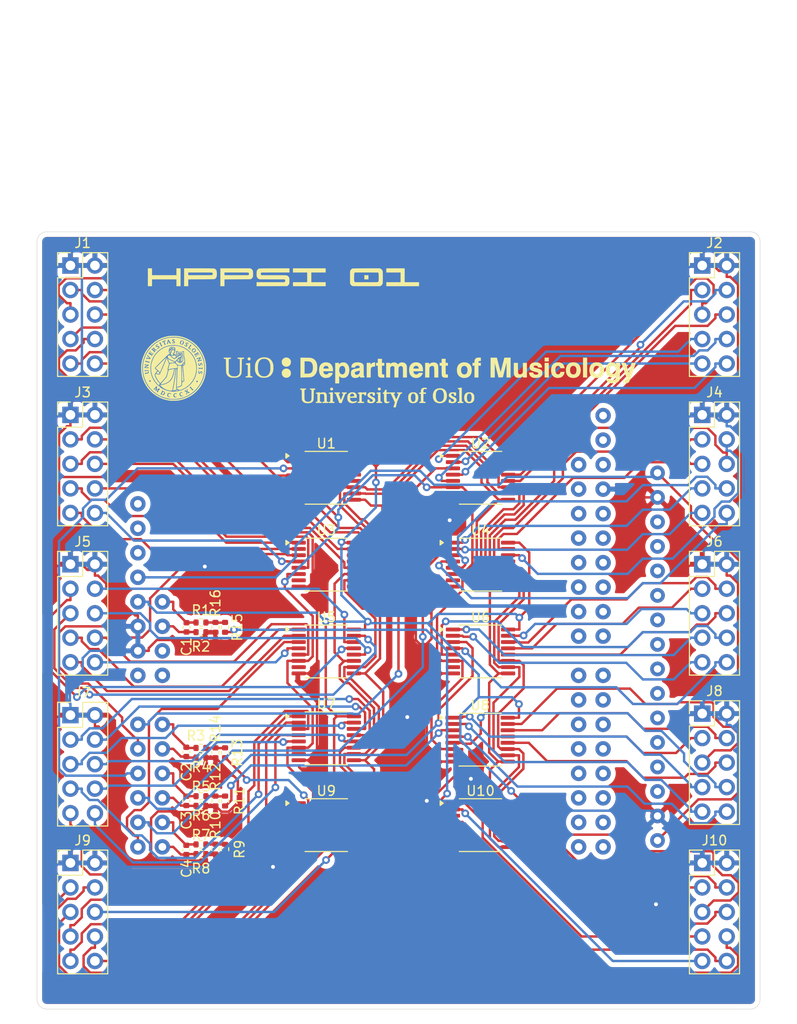
<source format=kicad_pcb>
(kicad_pcb (version 20240108) (generator "pcbnew") (generator_version "8.0")
  (layers (0 "F.Cu" signal) (31 "B.Cu" signal) (34 "B.Paste" user) (35 "F.Paste" user) (36 "B.SilkS" user "B.Silkscreen") (37 "F.SilkS" user "F.Silkscreen") (38 "B.Mask" user) (39 "F.Mask" user) (44 "Edge.Cuts" user))
  (net 0 "")
  (net 1 "Net-(U2-Pad7)")
  (net 2 "Net-(U3-Pad7)")
  (net 3 "Net-(U4-Pad7)")
  (net 4 "Net-(U5-Pad7)")
  (net 5 "Net-(U6-Pad7)")
  (net 6 "Net-(U7-Pad7)")
  (net 7 "Net-(U8-Pad7)")
  (net 8 "Net-(U9-Pad7)")
  (net 9 "Net-(U10-Pad7)")
  (net 10 "Net-(U11-Pad16)")
  (net 11 "Net-(U11-Pad14)")
  (net 12 "Net-(U11-Pad13)")
  (net 13 "Net-(U11-Pad12)")
  (net 14 "Net-(U11-Pad11)")
  (net 15 "Net-(U11-Pad10)")
  (net 16 "Net-(U11-Pad9)")
  (net 17 "Net-(U11-Pad8)")
  (net 18 "Net-(U11-Pad7)")
  (net 19 "Net-(U11-Pad6)")
  (net 20 "Net-(U11-Pad5)")
  (net 21 "Net-(U11-Pad4)")
  (net 22 "Net-(U11-Pad3)")
  (net 23 "Net-(U11-Pad2)")
  (net 24 "Net-(U11-Pad1)")
  (net 25 "CH7_0")
  (net 26 "CH6_0")
  (net 27 "CH5_0")
  (net 28 "CH4_0")
  (net 29 "CH3_0")
  (net 30 "CH2_0")
  (net 31 "CH1_0")
  (net 32 "CH0_0")
  (net 33 "GND")
  (net 34 "A")
  (net 35 "B")
  (net 36 "C")
  (net 37 "Net-(U1-Pad7)")
  (net 38 "ENABLE")
  (net 39 "CH0")
  (net 40 "CH7_1")
  (net 41 "CH6_1")
  (net 42 "CH5_1")
  (net 43 "CH4_1")
  (net 44 "CH3_1")
  (net 45 "CH2_1")
  (net 46 "CH1_1")
  (net 47 "CH0_1")
  (net 48 "CH7_2")
  (net 49 "CH6_2")
  (net 50 "CH5_2")
  (net 51 "CH4_2")
  (net 52 "CH3_2")
  (net 53 "CH2_2")
  (net 54 "CH1_2")
  (net 55 "CH0_2")
  (net 56 "CH7_3")
  (net 57 "CH6_3")
  (net 58 "CH5_3")
  (net 59 "CH4_3")
  (net 60 "CH3_3")
  (net 61 "CH2_3")
  (net 62 "CH1_3")
  (net 63 "CH0_3")
  (net 64 "CH7_4")
  (net 65 "CH6_4")
  (net 66 "CH5_4")
  (net 67 "CH4_4")
  (net 68 "CH3_4")
  (net 69 "CH2_4")
  (net 70 "CH1_4")
  (net 71 "CH0_4")
  (net 72 "CH7_5")
  (net 73 "CH6_5")
  (net 74 "CH5_5")
  (net 75 "CH4_5")
  (net 76 "CH3_5")
  (net 77 "CH2_5")
  (net 78 "CH1_5")
  (net 79 "CH0_5")
  (net 80 "CH7_6")
  (net 81 "CH6_6")
  (net 82 "CH5_6")
  (net 83 "CH4_6")
  (net 84 "CH3_6")
  (net 85 "CH2_6")
  (net 86 "CH1_6")
  (net 87 "CH0_6")
  (net 88 "CH7_7")
  (net 89 "CH6_7")
  (net 90 "CH5_7")
  (net 91 "CH4_7")
  (net 92 "CH3_7")
  (net 93 "CH2_7")
  (net 94 "CH1_7")
  (net 95 "CH0_7")
  (net 96 "CH7_8")
  (net 97 "CH6_8")
  (net 98 "CH5_8")
  (net 99 "CH4_8")
  (net 100 "CH3_8")
  (net 101 "CH2_8")
  (net 102 "CH1_8")
  (net 103 "CH0_8")
  (net 104 "CH7_9")
  (net 105 "CH6_9")
  (net 106 "CH5_9")
  (net 107 "CH4_9")
  (net 108 "CH3_9")
  (net 109 "CH2_9")
  (net 110 "CH1_9")
  (net 111 "CH0_9")
  (net 112 "CH1")
  (net 113 "CH2")
  (net 114 "CH3")
  (net 115 "CH4")
  (net 116 "CH5")
  (net 117 "CH6")
  (net 118 "CH7")
  (net 119 "CH8")
  (net 120 "CH9")
  (net 121 "Net-(U11-Pad72)")
  (net 122 "Net-(U11-Pad71)")
  (net 123 "Net-(U11-Pad70)")
  (net 124 "Net-(U11-Pad69)")
  (net 125 "Net-(U11-Pad68)")
  (net 126 "Net-(U11-Pad67)")
  (net 127 "Net-(U11-Pad66)")
  (net 128 "Net-(U11-Pad65)")
  (net 129 "Net-(U11-Pad64)")
  (net 130 "Net-(U11-Pad63)")
  (net 131 "Net-(U11-Pad62)")
  (net 132 "Net-(U11-Pad61)")
  (net 133 "Net-(U11-Pad19)")
  (net 134 "Net-(U11-Pad20)")
  (net 135 "Net-(U11-Pad21)")
  (net 136 "Net-(U11-Pad22)")
  (net 137 "Net-(U11-Pad23)")
  (net 138 "Net-(U11-Pad24)")
  (net 139 "Net-(U11-Pad25)")
  (net 140 "Net-(U11-Pad26)")
  (net 141 "Net-(U11-Pad27)")
  (net 142 "Net-(U11-Pad28)")
  (net 143 "Net-(U11-Pad29)")
  (net 144 "Net-(U11-Pad30)")
  (net 145 "Net-(U11-Pad31)")
  (net 146 "Net-(U11-Pad32)")
  (net 147 "Net-(U11-Pad33)")
  (net 148 "Net-(U11-Pad34)")
  (net 149 "Net-(U11-Pad41)")
  (net 150 "Net-(U11-Pad42)")
  (net 151 "Net-(U11-Pad51)")
  (net 152 "Net-(R1-Pad2)")
  (net 153 "Net-(R13-Pad2)")
  (net 154 "Net-(R11-Pad2)")
  (net 155 "Net-(R10-Pad1)")
  (net 156 "Net-(C1-Pad2)")
  (net 157 "Net-(C1-Pad1)")
  (net 158 "Net-(C2-Pad2)")
  (net 159 "Net-(C2-Pad1)")
  (net 160 "Net-(C3-Pad2)")
  (net 161 "Net-(C3-Pad1)")
  (net 162 "Net-(C4-Pad2)")
  (net 163 "Net-(C4-Pad1)")
  (net 164 "5V_CoraZ7")
  (net 165 "3V3_CoraZ7")
  (footprint "Connector_PinHeader_2.54mm:PinHeader_2x05_P2.54mm_Vertical" (layer "F.Cu") (at 145.46 55)
    (property "Reference" "J1")
    (property "Value" "Conn_02x05_Odd_Even")
  )
  (footprint "Connector_PinHeader_2.54mm:PinHeader_2x05_P2.54mm_Vertical" (layer "F.Cu") (at 211 55)
    (property "Reference" "J2")
    (property "Value" "Conn_02x05_Odd_Even")
  )
  (footprint "Connector_PinHeader_2.54mm:PinHeader_2x05_P2.54mm_Vertical" (layer "F.Cu") (at 145.46 70.48)
    (property "Reference" "J3")
    (property "Value" "Conn_02x05_Odd_Even")
  )
  (footprint "Connector_PinHeader_2.54mm:PinHeader_2x05_P2.54mm_Vertical" (layer "F.Cu") (at 211 70.48)
    (property "Reference" "J4")
    (property "Value" "Conn_02x05_Odd_Even")
  )
  (footprint "Connector_PinHeader_2.54mm:PinHeader_2x05_P2.54mm_Vertical" (layer "F.Cu") (at 145.46 85.96)
    (property "Reference" "J5")
    (property "Value" "Conn_02x05_Odd_Even")
  )
  (footprint "Connector_PinHeader_2.54mm:PinHeader_2x05_P2.54mm_Vertical" (layer "F.Cu") (at 211 85.96)
    (property "Reference" "J6")
    (property "Value" "Conn_02x05_Odd_Even")
  )
  (footprint "Connector_PinHeader_2.54mm:PinHeader_2x05_P2.54mm_Vertical" (layer "F.Cu") (at 145.46 101.6)
    (property "Reference" "J7")
    (property "Value" "Conn_02x05_Odd_Even")
  )
  (footprint "Connector_PinHeader_2.54mm:PinHeader_2x05_P2.54mm_Vertical" (layer "F.Cu") (at 211 101.44)
    (property "Reference" "J8")
    (property "Value" "Conn_02x05_Odd_Even")
  )
  (footprint "Connector_PinHeader_2.54mm:PinHeader_2x05_P2.54mm_Vertical" (layer "F.Cu") (at 145.46 116.92)
    (property "Reference" "J9")
    (property "Value" "Conn_02x05_Odd_Even")
  )
  (footprint "Connector_PinHeader_2.54mm:PinHeader_2x05_P2.54mm_Vertical" (layer "F.Cu") (at 211 116.92)
    (property "Reference" "J10")
    (property "Value" "Conn_02x05_Odd_Even")
  )
  (footprint "Package_SO:TSSOP-16_4.4x5mm_P0.65mm" (layer "F.Cu") (at 172 77)
    (property "Reference" "U1")
    (property "Value" "MAX4617EUE+")
  )
  (footprint "Package_SO:TSSOP-16_4.4x5mm_P0.65mm" (layer "F.Cu") (at 188 77)
    (property "Reference" "U2")
    (property "Value" "MAX4617EUE+")
  )
  (footprint "Package_SO:TSSOP-16_4.4x5mm_P0.65mm" (layer "F.Cu") (at 172 86)
    (property "Reference" "U3")
    (property "Value" "MAX4617EUE+")
  )
  (footprint "Package_SO:TSSOP-16_4.4x5mm_P0.65mm" (layer "F.Cu") (at 188 86)
    (property "Reference" "U4")
    (property "Value" "MAX4617EUE+")
  )
  (footprint "Package_SO:TSSOP-16_4.4x5mm_P0.65mm" (layer "F.Cu") (at 172 95)
    (property "Reference" "U5")
    (property "Value" "MAX4617EUE+")
  )
  (footprint "Package_SO:TSSOP-16_4.4x5mm_P0.65mm" (layer "F.Cu") (at 188 95)
    (property "Reference" "U6")
    (property "Value" "MAX4617EUE+")
  )
  (footprint "Package_SO:TSSOP-16_4.4x5mm_P0.65mm" (layer "F.Cu") (at 172 104)
    (property "Reference" "U7")
    (property "Value" "MAX4617EUE+")
  )
  (footprint "Package_SO:TSSOP-16_4.4x5mm_P0.65mm" (layer "F.Cu") (at 187.96 104.14)
    (property "Reference" "U8")
    (property "Value" "MAX4617EUE+")
  )
  (footprint "Package_SO:TSSOP-16_4.4x5mm_P0.65mm" (layer "F.Cu") (at 172 113)
    (property "Reference" "U9")
    (property "Value" "MAX4617EUE+")
  )
  (footprint "Package_SO:TSSOP-16_4.4x5mm_P0.65mm" (layer "F.Cu") (at 188 113)
    (property "Reference" "U10")
    (property "Value" "MAX4617EUE+")
  )
  (footprint "Resistor_SMD:R_0402_1005Metric" (layer "F.Cu") (at 159 92)
    (property "Reference" "R1")
    (property "Value" "140")
  )
  (footprint "Resistor_SMD:R_0402_1005Metric" (layer "F.Cu") (at 159 93)
    (property "Reference" "R2")
    (property "Value" "845")
  )
  (footprint "Resistor_SMD:R_0402_1005Metric" (layer "F.Cu") (at 159 105)
    (property "Reference" "R3")
    (property "Value" "140")
  )
  (footprint "Resistor_SMD:R_0402_1005Metric" (layer "F.Cu") (at 159 106)
    (property "Reference" "R4")
    (property "Value" "845")
  )
  (footprint "Resistor_SMD:R_0402_1005Metric" (layer "F.Cu") (at 159 110)
    (property "Reference" "R5")
    (property "Value" "140")
  )
  (footprint "Resistor_SMD:R_0402_1005Metric" (layer "F.Cu") (at 159 111)
    (property "Reference" "R6")
    (property "Value" "845")
  )
  (footprint "Resistor_SMD:R_0402_1005Metric" (layer "F.Cu") (at 159 115)
    (property "Reference" "R7")
    (property "Value" "140")
  )
  (footprint "Resistor_SMD:R_0402_1005Metric" (layer "F.Cu") (at 159 116)
    (property "Reference" "R8")
    (property "Value" "845")
  )
  (footprint "Resistor_SMD:R_0402_1005Metric" (layer "F.Cu") (at 161.5 115.5 90)
    (property "Reference" "R9")
    (property "Value" "2.32K")
  )
  (footprint "Resistor_SMD:R_0402_1005Metric" (layer "F.Cu") (at 160.5 115.485 -90)
    (property "Reference" "R10")
    (property "Value" "1K")
  )
  (footprint "Resistor_SMD:R_0402_1005Metric" (layer "F.Cu") (at 161.5 110.5 90)
    (property "Reference" "R11")
    (property "Value" "2.32K")
  )
  (footprint "Resistor_SMD:R_0402_1005Metric" (layer "F.Cu") (at 160.5 110.5 -90)
    (property "Reference" "R12")
    (property "Value" "1K")
  )
  (footprint "Resistor_SMD:R_0402_1005Metric" (layer "F.Cu") (at 161.5 105.5 90)
    (property "Reference" "R13")
    (property "Value" "2.32K")
  )
  (footprint "Resistor_SMD:R_0402_1005Metric" (layer "F.Cu") (at 160.5 105.5 -90)
    (property "Reference" "R14")
    (property "Value" "1K")
  )
  (footprint "Resistor_SMD:R_0402_1005Metric" (layer "F.Cu") (at 161.5 92.5 90)
    (property "Reference" "R15")
    (property "Value" "2.32K")
  )
  (footprint "Resistor_SMD:R_0402_1005Metric" (layer "F.Cu") (at 160.5 92.5 -90)
    (property "Reference" "R16")
    (property "Value" "1K")
  )
  (footprint "footprint:CoraZ7_stack" (layer "F.Cu") (at 149.86 129.54)
    (property "Reference" "U11" (hide yes))
    (property "Value" "Digilent-CoraZ7_units")
  )
  (footprint "Capacitor_SMD:C_0402_1005Metric" (layer "F.Cu") (at 157.5 92.5 -90)
    (property "Reference" "C1")
    (property "Value" "1nF")
  )
  (footprint "Capacitor_SMD:C_0402_1005Metric" (layer "F.Cu") (at 157.48 105.41 -90)
    (property "Reference" "C2")
    (property "Value" "1nF")
  )
  (footprint "Capacitor_SMD:C_0402_1005Metric" (layer "F.Cu") (at 157.48 110.49 -90)
    (property "Reference" "C3")
    (property "Value" "1nF")
  )
  (footprint "Capacitor_SMD:C_0402_1005Metric" (layer "F.Cu") (at 157.48 115.57 -90)
    (property "Reference" "C4")
    (property "Value" "1nF")
  )
  (footprint "footprint:UiO_DoM" (layer "F.Cu") (at 178.45 65.99)
    (property "Reference" "G***" (hide yes))
    (property "Value" "LOGO" (hide yes))
  )
  (footprint "footprint:HPPSI_02_logo" (layer "F.Cu") (at 167.55 56.26)
    (property "Reference" "G***" (hide yes))
    (property "Value" "LOGO" (hide yes))
  )
  (gr_line (start 143 132.064) (end 216 132.064) (stroke (width 0.05)) (layer "Edge.Cuts"))
  (gr_arc (start 216 51.508) (mid 216.707107 51.800893) (end 217 52.508) (stroke (width 0.05)) (layer "Edge.Cuts"))
  (gr_line (start 217 52.508) (end 217 131.064) (stroke (width 0.05)) (layer "Edge.Cuts"))
  (gr_arc (start 217 131.064) (mid 216.707107 131.771107) (end 216 132.064) (stroke (width 0.05)) (layer "Edge.Cuts"))
  (gr_arc (start 142 52.508) (mid 142.292893 51.800893) (end 143 51.508) (stroke (width 0.05)) (layer "Edge.Cuts"))
  (gr_arc (start 143 132.064) (mid 142.292893 131.771107) (end 142 131.064) (stroke (width 0.05)) (layer "Edge.Cuts"))
  (gr_line (start 142 131.064) (end 142 52.508) (stroke (width 0.05)) (layer "Edge.Cuts"))
  (gr_line (start 143 51.508) (end 216 51.508) (stroke (width 0.05)) (layer "Edge.Cuts"))
  (segment (start 186.4377 76.3626) (end 186.1253 76.675) (width 0.25) (layer "F.Cu") (net 25))
  (segment (start 185.05 76.675) (end 186.1253 76.675) (width 0.25) (layer "F.Cu") (net 25))
  (via (at 186.4377 76.3626) (size 0.8) (drill 0.4) (layers "F.Cu" "B.Cu") (net 25))
  (segment (start 186.4377 76.3626) (end 195.105 67.6953) (width 0.25) (layer "B.Cu") (net 25))
  (segment (start 213.54 65.16) (end 212.3647 65.16) (width 0.25) (layer "B.Cu") (net 25))
  (segment (start 195.105 67.6953) (end 210.1968 67.6953) (width 0.25) (layer "B.Cu") (net 25))
  (segment (start 210.1968 67.6953) (end 212.3647 65.5274) (width 0.25) (layer "B.Cu") (net 25))
  (segment (start 212.3647 65.5274) (end 212.3647 65.16) (width 0.25) (layer "B.Cu") (net 25))
  (segment (start 186.204 75.2963) (end 186.1253 75.375) (width 0.25) (layer "F.Cu") (net 26))
  (segment (start 186.4456 75.2963) (end 186.204 75.2963) (width 0.25) (layer "F.Cu") (net 26))
  (segment (start 185.05 75.375) (end 186.1253 75.375) (width 0.25) (layer "F.Cu") (net 26))
  (via (at 186.4456 75.2963) (size 0.8) (drill 0.4) (layers "F.Cu" "B.Cu") (net 26))
  (segment (start 196.5819 65.16) (end 186.4456 75.2963) (width 0.25) (layer "B.Cu") (net 26))
  (segment (start 211 65.16) (end 196.5819 65.16) (width 0.25) (layer "B.Cu") (net 26))
  (segment (start 185.05 77.325) (end 183.9747 77.325) (width 0.25) (layer "F.Cu") (net 27))
  (segment (start 183.9747 77.274) (end 183.6852 76.9845) (width 0.25) (layer "F.Cu") (net 27))
  (segment (start 183.9747 77.325) (end 183.9747 77.274) (width 0.25) (layer "F.Cu") (net 27))
  (via (at 183.6852 76.9845) (size 0.8) (drill 0.4) (layers "F.Cu" "B.Cu") (net 27))
  (segment (start 196.2925 64.3772) (end 183.6852 76.9845) (width 0.25) (layer "B.Cu") (net 27))
  (segment (start 210.7024 63.7953) (end 210.1205 64.3772) (width 0.25) (layer "B.Cu") (net 27))
  (segment (start 213.54 62.62) (end 212.3647 62.62) (width 0.25) (layer "B.Cu") (net 27))
  (segment (start 211.5568 63.7953) (end 210.7024 63.7953) (width 0.25) (layer "B.Cu") (net 27))
  (segment (start 212.3647 62.62) (end 212.3647 62.9874) (width 0.25) (layer "B.Cu") (net 27))
  (segment (start 210.1205 64.3772) (end 196.2925 64.3772) (width 0.25) (layer "B.Cu") (net 27))
  (segment (start 212.3647 62.9874) (end 211.5568 63.7953) (width 0.25) (layer "B.Cu") (net 27))
  (segment (start 183.9747 74.7564) (end 183.9747 74.725) (width 0.25) (layer "F.Cu") (net 28))
  (segment (start 183.6657 75.0654) (end 183.9747 74.7564) (width 0.25) (layer "F.Cu") (net 28))
  (segment (start 185.05 74.725) (end 183.9747 74.725) (width 0.25) (layer "F.Cu") (net 28))
  (via (at 183.6657 75.0654) (size 0.8) (drill 0.4) (layers "F.Cu" "B.Cu") (net 28))
  (segment (start 208.518 63.9267) (end 194.8044 63.9267) (width 0.25) (layer "B.Cu") (net 28))
  (segment (start 209.8247 62.62) (end 208.518 63.9267) (width 0.25) (layer "B.Cu") (net 28))
  (segment (start 211 62.62) (end 209.8247 62.62) (width 0.25) (layer "B.Cu") (net 28))
  (segment (start 194.8044 63.9267) (end 183.6657 75.0654) (width 0.25) (layer "B.Cu") (net 28))
  (segment (start 192.1281 77.325) (end 208.1978 61.2553) (width 0.25) (layer "F.Cu") (net 29))
  (segment (start 190.95 77.325) (end 192.0253 77.325) (width 0.25) (layer "F.Cu") (net 29))
  (segment (start 212.3647 60.4474) (end 212.3647 60.08) (width 0.25) (layer "F.Cu") (net 29))
  (segment (start 211.5568 61.2553) (end 212.3647 60.4474) (width 0.25) (layer "F.Cu") (net 29))
  (segment (start 213.54 60.08) (end 212.3647 60.08) (width 0.25) (layer "F.Cu") (net 29))
  (segment (start 192.0253 77.325) (end 192.1281 77.325) (width 0.25) (layer "F.Cu") (net 29))
  (segment (start 208.1978 61.2553) (end 211.5568 61.2553) (width 0.25) (layer "F.Cu") (net 29))
  (segment (start 212.1753 58.0968) (end 212.1753 57.015) (width 0.25) (layer "F.Cu") (net 30))
  (segment (start 211.3674 58.9047) (end 212.1753 58.0968) (width 0.25) (layer "F.Cu") (net 30))
  (segment (start 192.0253 74.6853) (end 192.0253 75.375) (width 0.25) (layer "F.Cu") (net 30))
  (segment (start 211 58.9047) (end 211.3674 58.9047) (width 0.25) (layer "F.Cu") (net 30))
  (segment (start 212.1753 57.015) (end 211.4931 56.3328) (width 0.25) (layer "F.Cu") (net 30))
  (segment (start 211 60.08) (end 211 58.9047) (width 0.25) (layer "F.Cu") (net 30))
  (segment (start 210.3778 56.3328) (end 192.0253 74.6853) (width 0.25) (layer "F.Cu") (net 30))
  (segment (start 211.4931 56.3328) (end 210.3778 56.3328) (width 0.25) (layer "F.Cu") (net 30))
  (segment (start 190.95 75.375) (end 192.0253 75.375) (width 0.25) (layer "F.Cu") (net 30))
  (segment (start 204.589 63.4613) (end 192.0253 76.025) (width 0.25) (layer "F.Cu") (net 31))
  (segment (start 192.0253 76.025) (end 190.95 76.025) (width 0.25) (layer "F.Cu") (net 31))
  (segment (start 204.589 63.2014) (end 204.589 63.4613) (width 0.25) (layer "F.Cu") (net 31))
  (via (at 204.589 63.2014) (size 0.8) (drill 0.4) (layers "F.Cu" "B.Cu") (net 31))
  (segment (start 213.54 57.54) (end 212.3647 57.54) (width 0.25) (layer "B.Cu") (net 31))
  (segment (start 209.0751 58.7153) (end 204.589 63.2014) (width 0.25) (layer "B.Cu") (net 31))
  (segment (start 211.5568 58.7153) (end 209.0751 58.7153) (width 0.25) (layer "B.Cu") (net 31))
  (segment (start 212.3647 57.9074) (end 211.5568 58.7153) (width 0.25) (layer "B.Cu") (net 31))
  (segment (start 212.3647 57.54) (end 212.3647 57.9074) (width 0.25) (layer "B.Cu") (net 31))
  (segment (start 192.1412 76.675) (end 209.8247 58.9915) (width 0.25) (layer "F.Cu") (net 32))
  (segment (start 190.95 76.675) (end 192.0253 76.675) (width 0.25) (layer "F.Cu") (net 32))
  (segment (start 192.0253 76.675) (end 192.1412 76.675) (width 0.25) (layer "F.Cu") (net 32))
  (segment (start 209.8247 58.9915) (end 209.8247 57.54) (width 0.25) (layer "F.Cu") (net 32))
  (segment (start 211 57.54) (end 209.8247 57.54) (width 0.25) (layer "F.Cu") (net 32))
  (segment (start 158.7613 93.8107) (end 159.485 93.087) (width 0.25) (layer "F.Cu") (net 33))
  (segment (start 200.716 78.176) (end 201.8413 78.176) (width 0.25) (layer "F.Cu") (net 33))
  (segment (start 185.05 88.275) (end 183.9747 88.275) (width 0.25) (layer "F.Cu") (net 33))
  (segment (start 149.3847 116.676) (end 153.8264 116.676) (width 0.25) (layer "F.Cu") (net 33))
  (segment (start 182.4228 104.9031) (end 183.9347 106.415) (width 0.25) (layer "F.Cu") (net 33))
  (segment (start 160.5 106) (end 160.5 105.985) (width 0.25) (layer "F.Cu") (net 33))
  (segment (start 171.0971 113.3215) (end 170.8626 113.556) (width 0.25) (layer "F.Cu") (net 33))
  (segment (start 145.0927 71.6553) (end 145.46 71.6553) (width 0.25) (layer "F.Cu") (net 33))
  (segment (start 211 55) (end 212.1753 55) (width 0.25) (layer "F.Cu") (net 33))
  (segment (start 148 70.48) (end 146.8247 70.48) (width 0.25) (layer "F.Cu") (net 33))
  (segment (start 164.2796 79.275) (end 155.4846 70.48) (width 0.25) (layer "F.Cu") (net 33))
  (segment (start 170.5895 83.1194) (end 170.5895 87.8108) (width 0.25) (layer "F.Cu") (net 33))
  (segment (start 182.4241 110.4813) (end 182.4241 107.9256) (width 0.25) (layer "F.Cu") (net 33))
  (segment (start 213.54 100.2647) (end 214.7153 99.0894) (width 0.25) (layer "F.Cu") (net 33))
  (segment (start 148 102.7753) (end 148.3673 102.7753) (width 0.25) (layer "F.Cu") (net 33))
  (segment (start 183.9747 97.275) (end 182.4228 98.8269) (width 0.25) (layer "F.Cu") (net 33))
  (segment (start 181.2856 81.9641) (end 183.9747 79.275) (width 0.25) (layer "F.Cu") (net 33))
  (segment (start 160.485 111) (end 160.5 110.985) (width 0.25) (layer "F.Cu") (net 33))
  (segment (start 169.05 115.275) (end 170.1253 115.275) (width 0.25) (layer "F.Cu") (net 33))
  (segment (start 213.54 55.5538) (end 213.54 56.1753) (width 0.25) (layer "F.Cu") (net 33))
  (segment (start 185.01 106.415) (end 183.9347 106.415) (width 0.25) (layer "F.Cu") (net 33))
  (segment (start 171.0369 105.3634) (end 170.1253 106.275) (width 0.25) (layer "F.Cu") (net 33))
  (segment (start 170.8626 113.556) (end 170.8626 114.5377) (width 0.25) (layer "F.Cu") (net 33))
  (segment (start 156.504 111.5783) (end 156.5717 111.646) (width 0.25) (layer "F.Cu") (net 33))
  (segment (start 159.485 93.087) (end 159.485 93) (width 0.25) (layer "F.Cu") (net 33))
  (segment (start 206.36 79.03) (end 202.6953 79.03) (width 0.25) (layer "F.Cu") (net 33))
  (segment (start 171.0416 96.3587) (end 171.0416 89.1913) (width 0.25) (layer "F.Cu") (net 33))
  (segment (start 182.4241 113.7244) (end 182.4241 110.4813) (width 0.25) (layer "F.Cu") (net 33))
  (segment (start 169.05 97.275) (end 170.1253 97.275) (width 0.25) (layer "F.Cu") (net 33))
  (segment (start 148 86.5476) (end 148 87.1353) (width 0.25) (layer "F.Cu") (net 33))
  (segment (start 148.3233 87.1353) (end 148 87.1353) (width 0.25) (layer "F.Cu") (net 33))
  (segment (start 169.05 88.275) (end 170.1253 88.275) (width 0.25) (layer "F.Cu") (net 33))
  (segment (start 182.3658 95.6661) (end 183.9747 97.275) (width 0.25) (layer "F.Cu") (net 33))
  (segment (start 160.5 110.985) (end 161.1239 111.6089) (width 0.25) (layer "F.Cu") (net 33))
  (segment (start 170.1253 106.275) (end 171.0971 107.2468) (width 0.25) (layer "F.Cu") (net 33))
  (segment (start 152.456 94.936) (end 153.5813 94.936) (width 0.25) (layer "F.Cu") (net 33))
  (segment (start 160.5 115.97) (end 160.47 116) (width 0.25) (layer "F.Cu") (net 33))
  (segment (start 144.2847 76.921) (end 144.2847 83.6094) (width 0.25) (layer "F.Cu") (net 33))
  (segment (start 211 83.67) (end 206.36 79.03) (width 0.25) (layer "F.Cu") (net 33))
  (segment (start 170.5895 87.8108) (end 170.1253 88.275) (width 0.25) (layer "F.Cu") (net 33))
  (segment (start 145.46 70.48) (end 145.46 71.6553) (width 0.25) (layer "F.Cu") (net 33))
  (segment (start 169.05 106.275) (end 170.1253 106.275) (width 0.25) (layer "F.Cu") (net 33))
  (segment (start 213.54 70.48) (end 213.54 69.3047) (width 0.25) (layer "F.Cu") (net 33))
  (segment (start 149.3847 116.676) (end 149.3847 116.7106) (width 0.25) (layer "F.Cu") (net 33))
  (segment (start 158.8475 116.676) (end 159.485 116.0385) (width 0.25) (layer "F.Cu") (net 33))
  (segment (start 153.5813 94.6546) (end 154.4252 93.8107) (width 0.25) (layer "F.Cu") (net 33))
  (segment (start 169.05 79.275) (end 164.2796 79.275) (width 0.25) (layer "F.Cu") (net 33))
  (segment (start 152.456 92.396) (end 152.456 91.2707) (width 0.25) (layer "F.Cu") (net 33))
  (segment (start 158.9132 111.646) (end 159.485 111.0742) (width 0.25) (layer "F.Cu") (net 33))
  (segment (start 146.8247 70.48) (end 145.46 70.48) (width 0.25) (layer "F.Cu") (net 33))
  (segment (start 213.9073 56.1753) (end 214.7153 56.9833) (width 0.25) (layer "F.Cu") (net 33))
  (segment (start 202.6953 79.03) (end 201.8413 78.176) (width 0.25) (layer "F.Cu") (net 33))
  (segment (start 170.1226 82.6525) (end 170.5895 83.1194) (width 0.25) (layer "F.Cu") (net 33))
  (segment (start 147.2229 86.5476) (end 146.6353 85.96) (width 0.25) (layer "F.Cu") (net 33))
  (segment (start 149.1753 88.2714) (end 149.1753 87.9873) (width 0.25) (layer "F.Cu") (net 33))
  (segment (start 153.8264 112.2809) (end 154.529 111.5783) (width 0.25) (layer "F.Cu") (net 33))
  (segment (start 144.2847 72.4633) (end 145.0927 71.6553) (width 0.25) (layer "F.Cu") (net 33))
  (segment (start 144.2847 83.6094) (end 145.46 84.7847) (width 0.25) (layer "F.Cu") (net 33))
  (segment (start 148 85.96) (end 148 86.5476) (width 0.25) (layer "F.Cu") (net 33))
  (segment (start 154.529 111.5783) (end 156.504 111.5783) (width 0.25) (layer "F.Cu") (net 33))
  (segment (start 182.3658 94.2416) (end 182.912 93.6954) (width 0.25) (layer "F.Cu") (net 33))
  (segment (start 159.485 93) (end 160.485 93) (width 0.25) (layer "F.Cu") (net 33))
  (segment (start 160.47 116) (end 159.485 116) (width 0.25) (layer "F.Cu") (net 33))
  (segment (start 170.1253 97.275) (end 171.0369 98.1866) (width 0.25) (layer "F.Cu") (net 33))
  (segment (start 182.912 89.3377) (end 183.9747 88.275) (width 0.25) (layer "F.Cu") (net 33))
  (segment (start 213.9074 87.1353) (end 213.54 87.1353) (width 0.25) (layer "F.Cu") (net 33))
  (segment (start 149.3847 116.7106) (end 149.1753 116.92) (width 0.25) (layer "F.Cu") (net 33))
  (segment (start 145.46 85.96) (end 146.6353 85.96) (width 0.25) (layer "F.Cu") (net 33))
  (segment (start 153.8264 116.676) (end 158.8475 116.676) (width 0.25) (layer "F.Cu") (net 33))
  (segment (start 182.3658 94.2416) (end 182.3658 95.6661) (width 0.25) (layer "F.Cu") (net 33))
  (segment (start 182.3658 94.2416) (end 181.7159 94.2416) (width 0.25) (layer "F.Cu") (net 33))
  (segment (start 185.05 79.275) (end 183.9747 79.275) (width 0.25) (layer "F.Cu") (net 33))
  (segment (start 152.1746 91.2707) (end 149.1753 88.2714) (width 0.25) (layer "F.Cu") (net 33))
  (segment (start 161.8318 82.6525) (end 170.1226 82.6525) (width 0.25) (layer "F.Cu") (net 33))
  (segment (start 212.7291 55.5538) (end 212.1753 55) (width 0.25) (layer "F.Cu") (net 33))
  (segment (start 161.868 111.6089) (end 162.8253 110.6516) (width 0.25) (layer "F.Cu") (net 33))
  (segment (start 154.4252 93.8107) (end 158.7613 93.8107) (width 0.25) (layer "F.Cu") (net 33))
  (segment (start 213.54 56.1753) (end 213.9073 56.1753) (width 0.25) (layer "F.Cu") (net 33))
  (segment (start 185.05 97.275) (end 183.9747 97.275) (width 0.25) (layer "F.Cu") (net 33))
  (segment (start 213.54 55.5538) (end 212.7291 55.5538) (width 0.25) (layer "F.Cu") (net 33))
  (segment (start 148 116.92) (end 149.1753 116.92) (width 0.25) (layer "F.Cu") (net 33))
  (segment (start 148 86.5476) (end 147.2229 86.5476) (width 0.25) (layer "F.Cu") (net 33))
  (segment (start 162.8253 110.6516) (end 162.8253 108.3253) (width 0.25) (layer "F.Cu") (net 33))
  (segment (start 159.485 111.0742) (end 159.485 111) (width 0.25) (layer "F.Cu") (net 33))
  (segment (start 152.456 91.2707) (end 152.1746 91.2707) (width 0.25) (layer "F.Cu") (net 33))
  (segment (start 161.1239 111.6089) (end 161.868 111.6089) (width 0.25) (layer "F.Cu") (net 33))
  (segment (start 214.7153 68.1294) (end 213.54 69.3047) (width 0.25) (layer "F.Cu") (net 33))
  (segment (start 213.54 55) (end 213.54 55.5538) (width 0.25) (layer "F.Cu") (net 33))
  (segment (start 211 85.96) (end 212.3647 85.96) (width 0.25) (layer "F.Cu") (net 33))
  (segment (start 171.0369 98.1866) (end 171.0369 105.3634) (width 0.25) (layer "F.Cu") (net 33))
  (segment (start 214.7153 87.9432) (end 213.9074 87.1353) (width 0.25) (layer "F.Cu") (net 33))
  (segment (start 148.3673 102.7753) (end 149.3847 103.7927) (width 0.25) (layer "F.Cu") (net 33))
  (segment (start 159.485 116.0385) (end 159.485 116) (width 0.25) (layer "F.Cu") (net 33))
  (segment (start 170.1253 97.275) (end 171.0416 96.3587) (width 0.25) (layer "F.Cu") (net 33))
  (segment (start 211 85.96) (end 211 83.67) (width 0.25) (layer "F.Cu") (net 33))
  (segment (start 213.54 101.44) (end 213.54 100.2647) (width 0.25) (layer "F.Cu") (net 33))
  (segment (start 156.5717 111.646) (end 158.9132 111.646) (width 0.25) (layer "F.Cu") (net 33))
  (segment (start 153.8264 116.676) (end 153.8264 112.2809) (width 0.25) (layer "F.Cu") (net 33))
  (segment (start 153.5813 94.936) (end 153.5813 94.6546) (width 0.25) (layer "F.Cu") (net 33))
  (segment (start 149.3847 103.7927) (end 149.3847 116.676) (width 0.25) (layer "F.Cu") (net 33))
  (segment (start 182.4228 98.8269) (end 182.4228 104.9031) (width 0.25) (layer "F.Cu") (net 33))
  (segment (start 148 101.6) (end 148 102.7753) (width 0.25) (layer "F.Cu") (net 33))
  (segment (start 181.2856 93.8113) (end 181.2856 81.9641) (width 0.25) (layer "F.Cu") (net 33))
  (segment (start 162.8253 108.3253) (end 160.5 106) (width 0.25) (layer "F.Cu") (net 33))
  (segment (start 182.4241 107.9256) (end 183.9347 106.415) (width 0.25) (layer "F.Cu") (net 33))
  (segment (start 171.0416 89.1913) (end 170.1253 88.275) (width 0.25) (layer "F.Cu") (net 33))
  (segment (start 160.485 93) (end 160.5 92.985) (width 0.25) (layer "F.Cu") (net 33))
  (segment (start 156.1003 76.921) (end 161.8318 82.6525) (width 0.25) (layer "F.Cu") (net 33))
  (segment (start 145.46 85.96) (end 145.46 84.7847) (width 0.25) (layer "F.Cu") (net 33))
  (segment (start 185.05 115.275) (end 183.9747 115.275) (width 0.25) (layer "F.Cu") (net 33))
  (segment (start 182.912 93.6954) (end 182.912 89.3377) (width 0.25) (layer "F.Cu") (net 33))
  (segment (start 170.8626 114.5377) (end 170.1253 115.275) (width 0.25) (layer "F.Cu") (net 33))
  (segment (start 149.1753 87.9873) (end 148.3233 87.1353) (width 0.25) (layer "F.Cu") (net 33))
  (segment (start 213.54 85.96) (end 212.3647 85.96) (width 0.25) (layer "F.Cu") (net 33))
  (segment (start 144.2847 76.921) (end 144.2847 72.4633) (width 0.25) (layer "F.Cu") (net 33))
  (segment (start 144.2847 76.921) (end 156.1003 76.921) (width 0.25) (layer "F.Cu") (net 33))
  (segment (start 159.485 111) (end 160.485 111) (width 0.25) (layer "F.Cu") (net 33))
  (segment (start 183.9747 115.275) (end 182.4241 113.7244) (width 0.25) (layer "F.Cu") (net 33))
  (segment (start 171.0971 107.2468) (end 171.0971 113.3215) (width 0.25) (layer "F.Cu") (net 33))
  (segment (start 213.54 85.96) (end 213.54 87.1353) (width 0.25) (layer "F.Cu") (net 33))
  (segment (start 214.7153 99.0894) (end 214.7153 87.9432) (width 0.25) (layer "F.Cu") (net 33))
  (segment (start 214.7153 56.9833) (end 214.7153 68.1294) (width 0.25) (layer "F.Cu") (net 33))
  (segment (start 181.7159 94.2416) (end 181.2856 93.8113) (width 0.25) (layer "F.Cu") (net 33))
  (segment (start 155.4846 70.48) (end 148 70.48) (width 0.25) (layer "F.Cu") (net 33))
  (segment (start 160.5 106) (end 159.485 106) (width 0.25) (layer "F.Cu") (net 33))
  (via (at 166.4722 117.3278) (size 0.8) (drill 0.4) (layers "F.Cu" "B.Cu") (net 33))
  (via (at 206.2 121.2) (size 0.8) (drill 0.4) (layers "F.Cu" "B.Cu") (net 33))
  (via (at 182.4241 110.4813) (size 0.8) (drill 0.4) (layers "F.Cu" "B.Cu") (net 33))
  (via (at 180.4 101.8) (size 0.8) (drill 0.4) (layers "F.Cu" "B.Cu") (net 33))
  (via (at 184.8 81.4) (size 0.8) (drill 0.4) (layers "F.Cu" "B.Cu") (net 33))
  (via (at 187 108.2) (size 0.8) (drill 0.4) (layers "F.Cu" "B.Cu") (net 33))
  (via (at 159.4 86.2) (size 0.8) (drill 0.4) (layers "F.Cu" "B.Cu") (net 33))
  (segment (start 166.4722 117.3278) (end 166.6208 117.3278) (width 0.25) (layer "B.Cu") (net 33))
  (segment (start 145.46 116.92) (end 148 116.92) (width 0.25) (layer "B.Cu") (net 33))
  (segment (start 173.4673 110.4813) (end 182.4241 110.4813) (width 0.25) (layer "B.Cu") (net 33))
  (segment (start 152.456 94.936) (end 147.483 94.936) (width 0.25) (layer "B.Cu") (net 33))
  (segment (start 215.2216 83.1031) (end 215.2216 72.9696) (width 0.25) (layer "B.Cu") (net 33))
  (segment (start 148 101.6) (end 146.6353 101.6) (width 0.25) (layer "B.Cu") (net 33))
  (segment (start 213.54 102.0276) (end 212.7629 102.0276) (width 0.25) (layer "B.Cu") (net 33))
  (segment (start 145.46 101.6) (end 145.46 100.4247) (width 0.25) (layer "B.Cu") (net 33))
  (segment (start 145.4041 100.3688) (end 145.46 100.4247) (width 0.25) (layer "B.Cu") (net 33))
  (segment (start 152.456 92.396) (end 152.456 94.936) (width 0.25) (layer "B.Cu") (net 33))
  (segment (start 214.7153 103.4232) (end 214.7153 114.5694) (width 0.25) (layer "B.Cu") (net 33))
  (segment (start 190.1142 110.4813) (end 191.1375 111.5046) (width 0.25) (layer "B.Cu") (net 33))
  (segment (start 210.0547 115.7447) (end 206.36 112.05) (width 0.25) (layer "B.Cu") (net 33))
  (segment (start 147.483 94.936) (end 146.73 95.689) (width 0.25) (layer "B.Cu") (net 33))
  (segment (start 213.54 102.6153) (end 213.9074 102.6153) (width 0.25) (layer "B.Cu") (net 33))
  (segment (start 213.54 101.44) (end 213.54 102.0276) (width 0.25) (layer "B.Cu") (net 33))
  (segment (start 205.8146 111.5046) (end 206.36 112.05) (width 0.25) (layer "B.Cu") (net 33))
  (segment (start 145.4041 99.2451) (end 145.4041 100.3688) (width 0.25) (layer "B.Cu") (net 33))
  (segment (start 146.73 95.689) (end 146.73 97.9192) (width 0.25) (layer "B.Cu") (net 33))
  (segment (start 191.1375 111.5046) (end 205.8146 111.5046) (width 0.25) (layer "B.Cu") (net 33))
  (segment (start 214.7153 114.5694) (end 213.54 115.7447) (width 0.25) (layer "B.Cu") (net 33))
  (segment (start 146.6506 68.1141) (end 145.46 69.3047) (width 0.25) (layer "B.Cu") (net 33))
  (segment (start 145.46 70.48) (end 145.46 69.3047) (width 0.25) (layer "B.Cu") (net 33))
  (segment (start 213.54 71.0676) (end 213.54 71.6553) (width 0.25) (layer "B.Cu") (net 33))
  (segment (start 213.54 116.92) (end 212.3647 116.92) (width 0.25) (layer "B.Cu") (net 33))
  (segment (start 211 116.92) (end 211 115.7447) (width 0.25) (layer "B.Cu") (net 33))
  (segment (start 211 70.48) (end 212.1753 70.48) (width 0.25) (layer "B.Cu") (net 33))
  (segment (start 145.46 101.6) (end 146.6353 101.6) (width 0.25) (layer "B.Cu") (net 33))
  (segment (start 213.54 102.0276) (end 213.54 102.6153) (width 0.25) (layer "B.Cu") (net 33))
  (segment (start 213.9073 71.6553) (end 213.54 71.6553) (width 0.25) (layer "B.Cu") (net 33))
  (segment (start 145.46 55) (end 146.6506 55) (width 0.25) (layer "B.Cu") (net 33))
  (segment (start 148 116.92) (end 149.1753 116.92) (width 0.25) (layer "B.Cu") (net 33))
  (segment (start 213.54 71.0676) (end 212.7629 71.0676) (width 0.25) (layer "B.Cu") (net 33))
  (segment (start 215.2216 72.9696) (end 213.9073 71.6553) (width 0.25) (layer "B.Cu") (net 33))
  (segment (start 213.9074 102.6153) (end 214.7153 103.4232) (width 0.25) (layer "B.Cu") (net 33))
  (segment (start 212.7629 102.0276) (end 212.1753 101.44) (width 0.25) (layer "B.Cu") (net 33))
  (segment (start 212.7629 71.0676) (end 212.1753 70.48) (width 0.25) (layer "B.Cu") (net 33))
  (segment (start 211 116.92) (end 212.3647 116.92) (width 0.25) (layer "B.Cu") (net 33))
  (segment (start 146.73 97.9192) (end 145.4041 99.2451) (width 0.25) (layer "B.Cu") (net 33))
  (segment (start 213.54 116.92) (end 213.54 115.7447) (width 0.25) (layer "B.Cu") (net 33))
  (segment (start 146.6506 55) (end 148 55) (width 0.25) (layer "B.Cu") (net 33))
  (segment (start 211 115.7447) (end 210.0547 115.7447) (width 0.25) (layer "B.Cu") (net 33))
  (segment (start 166.6208 117.3278) (end 173.4673 110.4813) (width 0.25) (layer "B.Cu") (net 33))
  (segment (start 211 101.44) (end 212.1753 101.44) (width 0.25) (layer "B.Cu") (net 33))
  (segment (start 149.5831 117.3278) (end 166.4722 117.3278) (width 0.25) (layer "B.Cu") (net 33))
  (segment (start 213.54 70.48) (end 213.54 71.0676) (width 0.25) (layer "B.Cu") (net 33))
  (segment (start 149.1753 116.92) (end 149.5831 117.3278) (width 0.25) (layer "B.Cu") (net 33))
  (segment (start 182.4241 110.4813) (end 190.1142 110.4813) (width 0.25) (layer "B.Cu") (net 33))
  (segment (start 213.54 85.96) (end 213.54 84.7847) (width 0.25) (layer "B.Cu") (net 33))
  (segment (start 213.54 84.7847) (end 215.2216 83.1031) (width 0.25) (layer "B.Cu") (net 33))
  (segment (start 146.6506 55) (end 146.6506 68.1141) (width 0.25) (layer "B.Cu") (net 33))
  (segment (start 190.95 77.975) (end 192.0253 77.975) (width 0.25) (layer "F.Cu") (net 34))
  (segment (start 191.9853 105.115) (end 192.4463 105.576) (width 0.25) (layer "F.Cu") (net 34))
  (segment (start 173.4244 79.8897) (end 173.4244 78.4253) (width 0.25) (layer "F.Cu") (net 34))
  (segment (start 192.4463 105.576) (end 192.4463 107.158) (width 0.25) (layer "F.Cu") (net 34))
  (segment (start 183.2014 73.2302) (end 186.6978 73.2302) (width 0.25) (layer "F.Cu") (net 34))
  (segment (start 174.95 104.975) (end 176.0253 104.975) (width 0.25) (layer "F.Cu") (net 34))
  (segment (start 190.91 105.115) (end 190.3724 105.115) (width 0.25) (layer "F.Cu") (net 34))
  (segment (start 174.95 113.975) (end 176.0253 113.975) (width 0.25) (layer "F.Cu") (net 34))
  (segment (start 190.1035 105.115) (end 189.8347 104.8462) (width 0.25) (layer "F.Cu") (net 34))
  (segment (start 192.4756 96.4253) (end 192.0253 95.975) (width 0.25) (layer "F.Cu") (net 34))
  (segment (start 190.95 95.975) (end 192.0253 95.975) (width 0.25) (layer "F.Cu") (net 34))
  (segment (start 192.4795 79.834) (end 192.4795 78.4292) (width 0.25) (layer "F.Cu") (net 34))
  (segment (start 192.4756 98.8238) (end 192.4756 96.4253) (width 0.25) (layer "F.Cu") (net 34))
  (segment (start 172.862 95.0894) (end 173.8112 96.0385) (width 0.25) (layer "F.Cu") (net 34))
  (segment (start 173.8681 86.975) (end 172.862 87.9811) (width 0.25) (layer "F.Cu") (net 34))
  (segment (start 189.8347 104.8462) (end 189.8347 101.4647) (width 0.25) (layer "F.Cu") (net 34))
  (segment (start 178.2278 78.2038) (end 183.2014 73.2302) (width 0.25) (layer "F.Cu") (net 34))
  (segment (start 176.9513 100.877) (end 174.3518 98.2775) (width 0.25) (layer "F.Cu") (net 34))
  (segment (start 174.95 86.975) (end 176.0253 86.975) (width 0.25) (layer "F.Cu") (net 34))
  (segment (start 174.95 77.975) (end 173.8747 77.975) (width 0.25) (layer "F.Cu") (net 34))
  (segment (start 176.0253 113.975) (end 176.0253 109.4451) (width 0.25) (layer "F.Cu") (net 34))
  (segment (start 188.514 82.7701) (end 190.4863 80.7978) (width 0.25) (layer "F.Cu") (net 34))
  (segment (start 190.4863 80.7978) (end 191.5157 80.7978) (width 0.25) (layer "F.Cu") (net 34))
  (segment (start 186.6978 73.2302) (end 189.8747 76.4071) (width 0.25) (layer "F.Cu") (net 34))
  (segment (start 173.42 106.8398) (end 173.42 105.4297) (width 0.25) (layer "F.Cu") (net 34))
  (segment (start 174.3518 98.2775) (end 173.8547 98.2775) (width 0.25) (layer "F.Cu") (net 34))
  (segment (start 174.95 86.975) (end 173.8681 86.975) (width 0.25) (layer "F.Cu") (net 34))
  (segment (start 190.95 95.975) (end 189.8747 95.975) (width 0.25) (layer "F.Cu") (net 34))
  (segment (start 173.3966 97.8194) (end 173.3966 96.4531) (width 0.25) (layer "F.Cu") (net 34))
  (segment (start 190.95 77.975) (end 189.8747 77.975) (width 0.25) (layer "F.Cu") (net 34))
  (segment (start 175.4877 77.975) (end 176.0253 77.975) (width 0.25) (layer "F.Cu") (net 34))
  (segment (start 175.6883 81.7532) (end 175.2879 81.7532) (width 0.25) (layer "F.Cu") (net 34))
  (segment (start 174.95 95.975) (end 173.8747 95.975) (width 0.25) (layer "F.Cu") (net 34))
  (segment (start 175.4877 77.975) (end 174.95 77.975) (width 0.25) (layer "F.Cu") (net 34))
  (segment (start 173.4244 78.4253) (end 173.8747 77.975) (width 0.25) (layer "F.Cu") (net 34))
  (segment (start 189.8747 86.975) (end 188.514 85.6143) (width 0.25) (layer "F.Cu") (net 34))
  (segment (start 174.95 104.975) (end 173.8747 104.975) (width 0.25) (layer "F.Cu") (net 34))
  (segment (start 190.95 86.975) (end 192.0253 86.975) (width 0.25) (layer "F.Cu") (net 34))
  (segment (start 192.4463 107.158) (end 189.8747 109.7296) (width 0.25) (layer "F.Cu") (net 34))
  (segment (start 188.514 85.6143) (end 188.514 82.7701) (width 0.25) (layer "F.Cu") (net 34))
  (segment (start 191.5157 80.7978) (end 192.4795 79.834) (width 0.25) (layer "F.Cu") (net 34))
  (segment (start 176.9259 82.9908) (end 175.6883 81.7532) (width 0.25) (layer "F.Cu") (net 34))
  (segment (start 173.8112 96.0385) (end 173.8747 95.975) (width 0.25) (layer "F.Cu") (net 34))
  (segment (start 189.8747 109.7296) (end 189.8747 113.975) (width 0.25) (layer "F.Cu") (net 34))
  (segment (start 192.4756 89.5981) (end 189.8747 92.199) (width 0.25) (layer "F.Cu") (net 34))
  (segment (start 176.0253 77.975) (end 176.2541 78.2038) (width 0.25) (layer "F.Cu") (net 34))
  (segment (start 172.862 87.9811) (end 172.862 95.0894) (width 0.25) (layer "F.Cu") (net 34))
  (segment (start 173.3966 96.4531) (end 173.8112 96.0385) (width 0.25) (layer "F.Cu") (net 34))
  (segment (start 192.0253 86.975) (end 192.4756 87.4253) (width 0.25) (layer "F.Cu") (net 34))
  (segment (start 189.8747 92.199) (end 189.8747 95.975) (width 0.25) (layer "F.Cu") (net 34))
  (segment (start 173.8547 98.2775) (end 173.3966 97.8194) (width 0.25) (layer "F.Cu") (net 34))
  (segment (start 190.3724 105.115) (end 190.1035 105.115) (width 0.25) (layer "F.Cu") (net 34))
  (segment (start 189.8347 101.4647) (end 192.4756 98.8238) (width 0.25) (layer "F.Cu") (net 34))
  (segment (start 192.4756 87.4253) (end 192.4756 89.5981) (width 0.25) (layer "F.Cu") (net 34))
  (segment (start 192.4795 78.4292) (end 192.0253 77.975) (width 0.25) (layer "F.Cu") (net 34))
  (segment (start 175.2879 81.7532) (end 173.4244 79.8897) (width 0.25) (layer "F.Cu") (net 34))
  (segment (start 173.42 105.4297) (end 173.8747 104.975) (width 0.25) (layer "F.Cu") (net 34))
  (segment (start 176.2541 78.2038) (end 178.2278 78.2038) (width 0.25) (layer "F.Cu") (net 34))
  (segment (start 190.95 113.975) (end 189.8747 113.975) (width 0.25) (layer "F.Cu") (net 34))
  (segment (start 176.0253 104.975) (end 176.9513 104.049) (width 0.25) (layer "F.Cu") (net 34))
  (segment (start 176.9259 86.0744) (end 176.9259 82.9908) (width 0.25) (layer "F.Cu") (net 34))
  (segment (start 176.0253 86.975) (end 176.9259 86.0744) (width 0.25) (layer "F.Cu") (net 34))
  (segment (start 176.0253 109.4451) (end 173.42 106.8398) (width 0.25) (layer "F.Cu") (net 34))
  (segment (start 176.9513 104.049) (end 176.9513 100.877) (width 0.25) (layer "F.Cu") (net 34))
  (segment (start 189.8747 76.4071) (end 189.8747 77.975) (width 0.25) (layer "F.Cu") (net 34))
  (segment (start 190.91 105.115) (end 191.9853 105.115) (width 0.25) (layer "F.Cu") (net 34))
  (segment (start 190.95 86.975) (end 189.8747 86.975) (width 0.25) (layer "F.Cu") (net 34))
  (segment (start 177.3762 82.8042) (end 175.8749 81.3029) (width 0.25) (layer "F.Cu") (net 35))
  (segment (start 190.91 105.765) (end 189.8347 105.765) (width 0.25) (layer "F.Cu") (net 35))
  (segment (start 174.6874 105.625) (end 173.8747 105.625) (width 0.25) (layer "F.Cu") (net 35))
  (segment (start 174.95 105.625) (end 176.0253 105.625) (width 0.25) (layer "F.Cu") (net 35))
  (segment (start 176.4831 109.252) (end 173.8747 106.6436) (width 0.25) (layer "F.Cu") (net 35))
  (segment (start 192.0253 87.625) (end 192.0253 89.3401) (width 0.25) (layer "F.Cu") (net 35))
  (segment (start 189.8747 87.625) (end 188.0637 85.814) (width 0.25) (layer "F.Cu") (net 35))
  (segment (start 192.0253 89.3401) (end 189.4243 91.9411) (width 0.25) (layer "F.Cu") (net 35))
  (segment (start 174.95 96.625) (end 173.8747 96.625) (width 0.25) (layer "F.Cu") (net 35))
  (segment (start 189.4243 91.9411) (end 189.4243 96.1746) (width 0.25) (layer "F.Cu") (net 35))
  (segment (start 176.0253 78.625) (end 176.0544 78.6541) (width 0.25) (layer "F.Cu") (net 35))
  (segment (start 176.0253 87.625) (end 177.3762 86.2741) (width 0.25) (layer "F.Cu") (net 35))
  (segment (start 192.0253 96.625) (end 192.0253 97.6411) (width 0.25) (layer "F.Cu") (net 35))
  (segment (start 174.95 87.625) (end 173.8747 87.625) (width 0.25) (layer "F.Cu") (net 35))
  (segment (start 191.4477 105.765) (end 191.9853 105.765) (width 0.25) (layer "F.Cu") (net 35))
  (segment (start 190.95 87.625) (end 192.0253 87.625) (width 0.25) (layer "F.Cu") (net 35))
  (segment (start 174.95 78.625) (end 173.8747 78.625) (width 0.25) (layer "F.Cu") (net 35))
  (segment (start 188.7134 77.4637) (end 189.8747 78.625) (width 0.25) (layer "F.Cu") (net 35))
  (segment (start 191.4477 105.765) (end 190.91 105.765) (width 0.25) (layer "F.Cu") (net 35))
  (segment (start 191.9853 105.765) (end 191.9853 106.9821) (width 0.25) (layer "F.Cu") (net 35))
  (segment (start 177.093 95.5573) (end 177.093 91.6118) (width 0.25) (layer "F.Cu") (net 35))
  (segment (start 173.8747 88.6888) (end 173.8747 87.625) (width 0.25) (layer "F.Cu") (net 35))
  (segment (start 174.6874 105.625) (end 174.95 105.625) (width 0.25) (layer "F.Cu") (net 35))
  (segment (start 178.4144 78.6541) (end 183.388 73.6805) (width 0.25) (layer "F.Cu") (net 35))
  (segment (start 189.4244 114.1616) (end 189.8746 114.6118) (width 0.25) (layer "F.Cu") (net 35))
  (segment (start 177.4523 104.198) (end 177.4523 100.725) (width 0.25) (layer "F.Cu") (net 35))
  (segment (start 174.95 78.625) (end 176.0253 78.625) (width 0.25) (layer "F.Cu") (net 35))
  (segment (start 189.8747 114.6118) (end 189.8747 114.625) (width 0.25) (layer "F.Cu") (net 35))
  (segment (start 176.4831 114.1672) (end 176.4831 109.252) (width 0.25) (layer "F.Cu") (net 35))
  (segment (start 190.4124 96.625) (end 189.8747 96.625) (width 0.25) (layer "F.Cu") (net 35))
  (segment (start 188.7134 75.8827) (end 188.7134 77.4637) (width 0.25) (layer "F.Cu") (net 35))
  (segment (start 174.95 114.625) (end 176.0253 114.625) (width 0.25) (layer "F.Cu") (net 35))
  (segment (start 191.4151 80.2596) (end 192.0253 79.6494) (width 0.25) (layer "F.Cu") (net 35))
  (segment (start 190.95 87.625) (end 189.8747 87.625) (width 0.25) (layer "F.Cu") (net 35))
  (segment (start 192.0253 79.6494) (end 192.0253 78.625) (width 0.25) (layer "F.Cu") (net 35))
  (segment (start 174.5544 97.8271) (end 174.0507 97.8271) (width 0.25) (layer "F.Cu") (net 35))
  (segment (start 189.4243 96.1746) (end 189.8747 96.625) (width 0.25) (layer "F.Cu") (net 35))
  (segment (start 188.0637 85.814) (end 188.0637 82.5834) (width 0.25) (layer "F.Cu") (net 35))
  (segment (start 190.95 96.625) (end 192.0253 96.625) (width 0.25) (layer "F.Cu") (net 35))
  (segment (start 174.95 96.625) (end 176.0253 96.625) (width 0.25) (layer "F.Cu") (net 35))
  (segment (start 183.388 73.6805) (end 186.5112 73.6805) (width 0.25) (layer "F.Cu") (net 35))
  (segment (start 188.0637 82.5834) (end 190.3875 80.2596) (width 0.25) (layer "F.Cu") (net 35))
  (segment (start 190.95 114.625) (end 189.8747 114.625) (width 0.25) (layer "F.Cu") (net 35))
  (segment (start 176.0253 105.625) (end 177.4523 104.198) (width 0.25) (layer "F.Cu") (net 35))
  (segment (start 173.8747 79.6369) (end 173.8747 78.625) (width 0.25) (layer "F.Cu") (net 35))
  (segment (start 190.95 78.625) (end 192.0253 78.625) (width 0.25) (layer "F.Cu") (net 35))
  (segment (start 177.3762 86.2741) (end 177.3762 82.8042) (width 0.25) (layer "F.Cu") (net 35))
  (segment (start 192.0253 97.6411) (end 189.3503 100.3161) (width 0.25) (layer "F.Cu") (net 35))
  (segment (start 175.8749 81.3029) (end 175.5407 81.3029) (width 0.25) (layer "F.Cu") (net 35))
  (segment (start 189.8746 114.6118) (end 189.8747 114.6118) (width 0.25) (layer "F.Cu") (net 35))
  (segment (start 190.3875 80.2596) (end 191.4151 80.2596) (width 0.25) (layer "F.Cu") (net 35))
  (segment (start 189.3503 105.2806) (end 189.8347 105.765) (width 0.25) (layer "F.Cu") (net 35))
  (segment (start 173.8747 97.6511) (end 173.8747 96.625) (width 0.25) (layer "F.Cu") (net 35))
  (segment (start 186.5112 73.6805) (end 188.7134 75.8827) (width 0.25) (layer "F.Cu") (net 35))
  (segment (start 191.9853 106.9821) (end 189.4244 109.543) (width 0.25) (layer "F.Cu") (net 35))
  (segment (start 190.4124 96.625) (end 190.95 96.625) (width 0.25) (layer "F.Cu") (net 35))
  (segment (start 174.0507 97.8271) (end 173.8747 97.6511) (width 0.25) (layer "F.Cu") (net 35))
  (segment (start 177.093 91.6118) (end 176.0485 90.5673) (width 0.25) (layer "F.Cu") (net 35))
  (segment (start 174.95 87.625) (end 176.0253 87.625) (width 0.25) (layer "F.Cu") (net 35))
  (segment (start 177.4523 100.725) (end 174.5544 97.8271) (width 0.25) (layer "F.Cu") (net 35))
  (segment (start 176.0544 78.6541) (end 178.4144 78.6541) (width 0.25) (layer "F.Cu") (net 35))
  (segment (start 176.0253 114.625) (end 176.4831 114.1672) (width 0.25) (layer "F.Cu") (net 35))
  (segment (start 175.7532 90.5673) (end 173.8747 88.6888) (width 0.25) (layer "F.Cu") (net 35))
  (segment (start 189.3503 100.3161) (end 189.3503 105.2806) (width 0.25) (layer "F.Cu") (net 35))
  (segment (start 175.5407 81.3029) (end 173.8747 79.6369) (width 0.25) (layer "F.Cu") (net 35))
  (segment (start 190.95 78.625) (end 189.8747 78.625) (width 0.25) (layer "F.Cu") (net 35))
  (segment (start 176.0485 90.5673) (end 175.7532 90.5673) (width 0.25) (layer "F.Cu") (net 35))
  (segment (start 189.4244 109.543) (end 189.4244 114.1616) (width 0.25) (layer "F.Cu") (net 35))
  (segment (start 173.8747 106.6436) (end 173.8747 105.625) (width 0.25) (layer "F.Cu") (net 35))
  (segment (start 176.0253 96.625) (end 177.093 95.5573) (width 0.25) (layer "F.Cu") (net 35))
  (segment (start 188.9673 96.3676) (end 189.8747 97.275) (width 0.25) (layer "F.Cu") (net 36))
  (segment (start 183.5746 74.1308) (end 177.8265 79.8789) (width 0.25) (layer "F.Cu") (net 36))
  (segment (start 187.6092 81.5405) (end 187.6092 86.9169) (width 0.25) (layer "F.Cu") (net 36))
  (segment (start 188.9673 88.275) (end 190.95 88.275) (width 0.25) (layer "F.Cu") (net 36))
  (segment (start 190.95 115.275) (end 189.8747 115.275) (width 0.25) (layer "F.Cu") (net 36))
  (segment (start 174.95 97.275) (end 176.0253 97.275) (width 0.25) (layer "F.Cu") (net 36))
  (segment (start 189.8347 106.415) (end 188.9741 107.2756) (width 0.25) (layer "F.Cu") (net 36))
  (segment (start 176.9573 114.343) (end 176.0253 115.275) (width 0.25) (layer "F.Cu") (net 36))
  (segment (start 177.5722 89.8219) (end 176.0253 88.275) (width 0.25) (layer "F.Cu") (net 36))
  (segment (start 176.0253 106.275) (end 176.9573 107.207) (width 0.25) (layer "F.Cu") (net 36))
  (segment (start 189.8747 97.275) (end 188.8999 98.2498) (width 0.25) (layer "F.Cu") (net 36))
  (segment (start 174.95 79.275) (end 176.0253 79.275) (width 0.25) (layer "F.Cu") (net 36))
  (segment (start 190.95 79.275) (end 189.8747 79.275) (width 0.25) (layer "F.Cu") (net 36))
  (segment (start 189.8747 79.275) (end 187.6092 81.5405) (width 0.25) (layer "F.Cu") (net 36))
  (segment (start 174.95 115.275) (end 176.0253 115.275) (width 0.25) (layer "F.Cu") (net 36))
  (segment (start 188.1041 77.5044) (end 188.1041 75.9103) (width 0.25) (layer "F.Cu") (net 36))
  (segment (start 190.91 106.415) (end 189.8347 106.415) (width 0.25) (layer "F.Cu") (net 36))
  (segment (start 190.95 97.275) (end 189.8747 97.275) (width 0.25) (layer "F.Cu") (net 36))
  (segment (start 176.0321 97.275) (end 177.9031 99.146) (width 0.25) (layer "F.Cu") (net 36))
  (segment (start 188.8999 105.4802) (end 189.8347 106.415) (width 0.25) (layer "F.Cu") (net 36))
  (segment (start 176.0321 97.275) (end 177.5722 95.7349) (width 0.25) (layer "F.Cu") (net 36))
  (segment (start 174.95 106.275) (end 176.0253 106.275) (width 0.25) (layer "F.Cu") (net 36))
  (segment (start 188.9741 114.3744) (end 189.8747 115.275) (width 0.25) (layer "F.Cu") (net 36))
  (segment (start 187.6092 86.9169) (end 188.9673 88.275) (width 0.25) (layer "F.Cu") (net 36))
  (segment (start 177.8265 79.8789) (end 177.8265 86.4738) (width 0.25) (layer "F.Cu") (net 36))
  (segment (start 177.9031 99.146) (end 177.9031 104.3972) (width 0.25) (layer "F.Cu") (net 36))
  (segment (start 189.8747 79.275) (end 188.1041 77.5044) (width 0.25) (layer "F.Cu") (net 36))
  (segment (start 177.5722 95.7349) (end 177.5722 89.8219) (width 0.25) (layer "F.Cu") (net 36))
  (segment (start 188.9741 107.2756) (end 188.9741 114.3744) (width 0.25) (layer "F.Cu") (net 36))
  (segment (start 188.9673 88.275) (end 188.9673 96.3676) (width 0.25) (layer "F.Cu") (net 36))
  (segment (start 176.0253 97.275) (end 176.0321 97.275) (width 0.25) (layer "F.Cu") (net 36))
  (segment (start 176.6292 79.8789) (end 177.8265 79.8789) (width 0.25) (layer "F.Cu") (net 36))
  (segment (start 176.9573 107.207) (end 176.9573 114.343) (width 0.25) (layer "F.Cu") (net 36))
  (segment (start 188.8999 98.2498) (end 188.8999 105.4802) (width 0.25) (layer "F.Cu") (net 36))
  (segment (start 188.1041 75.9103) (end 186.3246 74.1308) (width 0.25) (layer "F.Cu") (net 36))
  (segment (start 176.0253 79.275) (end 176.6292 79.8789) (width 0.25) (layer "F.Cu") (net 36))
  (segment (start 186.3246 74.1308) (end 183.5746 74.1308) (width 0.25) (layer "F.Cu") (net 36))
  (segment (start 177.8265 86.4738) (end 176.0253 88.275) (width 0.25) (layer "F.Cu") (net 36))
  (segment (start 177.9031 104.3972) (end 176.0253 106.275) (width 0.25) (layer "F.Cu") (net 36))
  (segment (start 174.95 88.275) (end 176.0253 88.275) (width 0.25) (layer "F.Cu") (net 36))
  (segment (start 186.1253 97.7706) (end 186.1253 95.975) (width 0.25) (layer "F.Cu") (net 38))
  (segment (start 185.01 105.115) (end 186.0853 105.115) (width 0.25) (layer "F.Cu") (net 38))
  (segment (start 169.05 95.975) (end 170.1253 95.975) (width 0.25) (layer "F.Cu") (net 38))
  (segment (start 185.05 113.975) (end 183.9747 113.975) (width 0.25) (layer "F.Cu") (net 38))
  (segment (start 182.4133 77.986) (end 183.9637 77.986) (width 0.25) (layer "F.Cu") (net 38))
  (segment (start 182.912 100.9839) (end 186.1253 97.7706) (width 0.25) (layer "F.Cu") (net 38))
  (segment (start 170.5912 95.5091) (end 170.1253 95.975) (width 0.25) (layer "F.Cu") (net 38))
  (segment (start 169.05 77.975) (end 170.1253 77.975) (width 0.25) (layer "F.Cu") (net 38))
  (segment (start 183.9637 77.986) (end 183.9747 77.975) (width 0.25) (layer "F.Cu") (net 38))
  (segment (start 167.6965 88.4388) (end 170.5912 91.3335) (width 0.25) (layer "F.Cu") (net 38))
  (segment (start 185.05 77.975) (end 183.9747 77.975) (width 0.25) (layer "F.Cu") (net 38))
  (segment (start 187.1547 85.9456) (end 186.1253 86.975) (width 0.25) (layer "F.Cu") (net 38))
  (segment (start 185.01 105.115) (end 183.9347 105.115) (width 0.25) (layer "F.Cu") (net 38))
  (segment (start 167.6965 87.7717) (end 167.6965 88.4388) (width 0.25) (layer "F.Cu") (net 38))
  (segment (start 185.05 77.975) (end 186.1253 77.975) (width 0.25) (layer "F.Cu") (net 38))
  (segment (start 170.5912 91.3335) (end 170.5912 95.5091) (width 0.25) (layer "F.Cu") (net 38))
  (segment (start 183.9347 105.115) (end 182.912 104.0923) (width 0.25) (layer "F.Cu") (net 38))
  (segment (start 167.9747 87.4935) (end 167.6965 87.7717) (width 0.25) (layer "F.Cu") (net 38))
  (segment (start 186.1253 77.975) (end 187.1547 79.0044) (width 0.25) (layer "F.Cu") (net 38))
  (segment (start 186.1253 88.6551) (end 183.4909 91.2895) (width 0.25) (layer "F.Cu") (net 38))
  (segment (start 183.4909 91.2895) (end 183.4909 95.4912) (width 0.25) (layer "F.Cu") (net 38))
  (segment (start 170.1253 113.975) (end 170.1253 112.7875) (width 0.25) (layer "F.Cu") (net 38))
  (segment (start 169.05 104.975) (end 167.9747 104.975) (width 0.25) (layer "F.Cu") (net 38))
  (segment (start 170.6318 112.281) (end 170.6318 109.5235) (width 0.25) (layer "F.Cu") (net 38))
  (segment (start 173.2502 81.0999) (end 170.1253 77.975) (width 0.25) (layer "F.Cu") (net 38))
  (segment (start 185.05 95.975) (end 186.1253 95.975) (width 0.25) (layer "F.Cu") (net 38))
  (segment (start 167.9747 86.975) (end 167.9747 87.4935) (width 0.25) (layer "F.Cu") (net 38))
  (segment (start 169.05 104.975) (end 170.1253 104.975) (width 0.25) (layer "F.Cu") (net 38))
  (segment (start 170.5865 104.5138) (end 170.1253 104.975) (width 0.25) (layer "F.Cu") (net 38))
  (segment (start 186.1253 86.975) (end 186.1253 88.6551) (width 0.25) (layer "F.Cu") (net 38))
  (segment (start 170.5865 100.8854) (end 170.5865 104.5138) (width 0.25) (layer "F.Cu") (net 38))
  (segment (start 183.4909 95.4912) (end 183.9747 95.975) (width 0.25) (layer "F.Cu") (net 38))
  (segment (start 169.05 86.975) (end 167.9747 86.975) (width 0.25) (layer "F.Cu") (net 38))
  (segment (start 183.4836 113.4839) (end 183.9747 113.975) (width 0.25) (layer "F.Cu") (net 38))
  (segment (start 169.05 95.975) (end 167.9747 95.975) (width 0.25) (layer "F.Cu") (net 38))
  (segment (start 167.9747 106.8664) (end 167.9747 104.975) (width 0.25) (layer "F.Cu") (net 38))
  (segment (start 170.6318 109.5235) (end 167.9747 106.8664) (width 0.25) (layer "F.Cu") (net 38))
  (segment (start 185.05 86.975) (end 186.1253 86.975) (width 0.25) (layer "F.Cu") (net 38))
  (segment (start 186.0853 105.115) (end 186.0853 107.1311) (width 0.25) (layer "F.Cu") (net 38))
  (segment (start 169.05 113.975) (end 170.1253 113.975) (width 0.25) (layer "F.Cu") (net 38))
  (segment (start 170.1253 112.7875) (end 170.6318 112.281) (width 0.25) (layer "F.Cu") (net 38))
  (segment (start 185.05 95.975) (end 183.9747 95.975) (width 0.25) (layer "F.Cu") (net 38))
  (segment (start 187.1547 79.0044) (end 187.1547 85.9456) (width 0.25) (layer "F.Cu") (net 38))
  (segment (start 167.9747 98.2736) (end 170.5865 100.8854) (width 0.25) (layer "F.Cu") (net 38))
  (segment (start 186.0853 107.1311) (end 183.4836 109.7328) (width 0.25) (layer "F.Cu") (net 38))
  (segment (start 167.9747 95.975) (end 167.9747 98.2736) (width 0.25) (layer "F.Cu") (net 38))
  (segment (start 183.4836 109.7328) (end 183.4836 113.4839) (width 0.25) (layer "F.Cu") (net 38))
  (segment (start 182.912 104.0923) (end 182.912 100.9839) (width 0.25) (layer "F.Cu") (net 38))
  (via (at 173.2502 81.0999) (size 0.8) (drill 0.4) (layers "F.Cu" "B.Cu") (net 38))
  (via (at 182.4133 77.986) (size 0.8) (drill 0.4) (layers "F.Cu" "B.Cu") (net 38))
  (via (at 167.6965 87.7717) (size 0.8) (drill 0.4) (layers "F.Cu" "B.Cu") (net 38))
  (segment (start 176.8311 76.7362) (end 181.1635 76.7362) (width 0.25) (layer "B.Cu") (net 38))
  (segment (start 173.2502 82.218) (end 173.2502 81.0999) (width 0.25) (layer "B.Cu") (net 38))
  (segment (start 173.2502 81.0999) (end 173.2502 80.3171) (width 0.25) (layer "B.Cu") (net 38))
  (segment (start 167.6965 87.7717) (end 173.2502 82.218) (width 0.25) (layer "B.Cu") (net 38))
  (segment (start 173.2502 80.3171) (end 176.8311 76.7362) (width 0.25) (layer "B.Cu") (net 38))
  (segment (start 181.1635 76.7362) (end 182.4133 77.986) (width 0.25) (layer "B.Cu") (net 38))
  (segment (start 185.05 76.025) (end 183.3268 76.025) (width 0.25) (layer "F.Cu") (net 39))
  (segment (start 179.4896 79.8622) (end 179.4896 97.3242) (width 0.25) (layer "F.Cu") (net 39))
  (segment (start 183.3268 76.025) (end 179.4896 79.8622) (width 0.25) (layer "F.Cu") (net 39))
  (via (at 179.4896 97.3242) (size 0.8) (drill 0.4) (layers "F.Cu" "B.Cu") (net 39))
  (segment (start 175.3319 101.4819) (end 174.7789 101.4819) (width 0.25) (layer "B.Cu") (net 39))
  (segment (start 174.7789 101.4819) (end 174.7277 101.4307) (width 0.25) (layer "B.Cu") (net 39))
  (segment (start 154.4252 101.4307) (end 153.5813 102.2746) (width 0.25) (layer "B.Cu") (net 39))
  (segment (start 174.7277 101.4307) (end 154.4252 101.4307) (width 0.25) (layer "B.Cu") (net 39))
  (segment (start 153.5813 102.2746) (end 153.5813 102.556) (width 0.25) (layer "B.Cu") (net 39))
  (segment (start 179.4896 97.3242) (end 175.3319 101.4819) (width 0.25) (layer "B.Cu") (net 39))
  (segment (start 152.456 102.556) (end 153.5813 102.556) (width 0.25) (layer "B.Cu") (net 39))
  (segment (start 167.9747 85.675) (end 167.959 85.6593) (width 0.25) (layer "F.Cu") (net 40))
  (segment (start 167.959 85.6593) (end 167.3842 85.6593) (width 0.25) (layer "F.Cu") (net 40))
  (segment (start 169.05 85.675) (end 167.9747 85.675) (width 0.25) (layer "F.Cu") (net 40))
  (via (at 167.3842 85.6593) (size 0.8) (drill 0.4) (layers "F.Cu" "B.Cu") (net 40))
  (segment (start 165.2309 83.506) (end 167.3842 85.6593) (width 0.25) (layer "B.Cu") (net 40))
  (segment (start 149.1753 80.64) (end 152.0413 83.506) (width 0.25) (layer "B.Cu") (net 40))
  (segment (start 148 80.64) (end 149.1753 80.64) (width 0.25) (layer "B.Cu") (net 40))
  (segment (start 152.0413 83.506) (end 165.2309 83.506) (width 0.25) (layer "B.Cu") (net 40))
  (segment (start 148.9894 83.3614) (end 152.7674 83.3614) (width 0.25) (layer "F.Cu") (net 41))
  (segment (start 146.6353 81.0073) (end 148.9894 83.3614) (width 0.25) (layer "F.Cu") (net 41))
  (segment (start 145.46 80.64) (end 146.6353 80.64) (width 0.25) (layer "F.Cu") (net 41))
  (segment (start 153.781 84.375) (end 169.05 84.375) (width 0.25) (layer "F.Cu") (net 41))
  (segment (start 152.7674 83.3614) (end 153.781 84.375) (width 0.25) (layer "F.Cu") (net 41))
  (segment (start 146.6353 80.64) (end 146.6353 81.0073) (width 0.25) (layer "F.Cu") (net 41))
  (segment (start 156.6424 78.1) (end 161.6453 83.1029) (width 0.25) (layer "F.Cu") (net 42))
  (segment (start 148 78.1) (end 156.6424 78.1) (width 0.25) (layer "F.Cu") (net 42))
  (segment (start 170.1253 83.328) (end 170.1253 86.325) (width 0.25) (layer "F.Cu") (net 42))
  (segment (start 161.6453 83.1029) (end 169.9002 83.1029) (width 0.25) (layer "F.Cu") (net 42))
  (segment (start 169.05 86.325) (end 170.1253 86.325) (width 0.25) (layer "F.Cu") (net 42))
  (segment (start 169.9002 83.1029) (end 170.1253 83.328) (width 0.25) (layer "F.Cu") (net 42))
  (segment (start 147.4432 79.2753) (end 148.9705 79.2753) (width 0.25) (layer "F.Cu") (net 43))
  (segment (start 146.6353 78.1) (end 146.6353 78.4674) (width 0.25) (layer "F.Cu") (net 43))
  (segment (start 158.8715 80.966) (end 161.6305 83.725) (width 0.25) (layer "F.Cu") (net 43))
  (segment (start 161.6305 83.725) (end 169.05 83.725) (width 0.25) (layer "F.Cu") (net 43))
  (segment (start 150.6612 80.966) (end 158.8715 80.966) (width 0.25) (layer "F.Cu") (net 43))
  (segment (start 145.46 78.1) (end 146.6353 78.1) (width 0.25) (layer "F.Cu") (net 43))
  (segment (start 146.6353 78.4674) (end 147.4432 79.2753) (width 0.25) (layer "F.Cu") (net 43))
  (segment (start 148.9705 79.2753) (end 150.6612 80.966) (width 0.25) (layer "F.Cu") (net 43))
  (segment (start 174.95 86.325) (end 173.8747 86.325) (width 0.25) (layer "F.Cu") (net 44))
  (segment (start 170.3092 82.2022) (end 173.8747 85.7677) (width 0.25) (layer "F.Cu") (net 44))
  (segment (start 173.8747 85.7677) (end 173.8747 86.325) (width 0.25) (layer "F.Cu") (net 44))
  (segment (start 156.123 75.56) (end 162.7652 82.2022) (width 0.25) (layer "F.Cu") (net 44))
  (segment (start 148 75.56) (end 156.123 75.56) (width 0.25) (layer "F.Cu") (net 44))
  (segment (start 162.7652 82.2022) (end 170.3092 82.2022) (width 0.25) (layer "F.Cu") (net 44))
  (segment (start 147.4727 74.3553) (end 155.632 74.3553) (width 0.25) (layer "F.Cu") (net 45))
  (segment (start 173.1781 84.375) (end 174.95 84.375) (width 0.25) (layer "F.Cu") (net 45))
  (segment (start 170.0851 81.282) (end 173.1781 84.375) (width 0.25) (layer "F.Cu") (net 45))
  (segment (start 162.5587 81.282) (end 170.0851 81.282) (width 0.25) (layer "F.Cu") (net 45))
  (segment (start 155.632 74.3553) (end 162.5587 81.282) (width 0.25) (layer "F.Cu") (net 45))
  (segment (start 146.6353 75.1927) (end 147.4727 74.3553) (width 0.25) (layer "F.Cu") (net 45))
  (segment (start 146.6353 75.56) (end 146.6353 75.1927) (width 0.25) (layer "F.Cu") (net 45))
  (segment (start 145.46 75.56) (end 146.6353 75.56) (width 0.25) (layer "F.Cu") (net 45))
  (segment (start 148 73.02) (end 149.1753 73.02) (width 0.25) (layer "F.Cu") (net 46))
  (segment (start 156.1138 73.02) (end 149.1753 73.02) (width 0.25) (layer "F.Cu") (net 46))
  (segment (start 176.0253 85.025) (end 176.0253 83.364) (width 0.25) (layer "F.Cu") (net 46))
  (segment (start 163.7743 80.6805) (end 156.1138 73.02) (width 0.25) (layer "F.Cu") (net 46))
  (segment (start 170.4323 80.6805) (end 163.7743 80.6805) (width 0.25) (layer "F.Cu") (net 46))
  (segment (start 172.4056 82.6538) (end 170.4323 80.6805) (width 0.25) (layer "F.Cu") (net 46))
  (segment (start 175.3151 82.6538) (end 172.4056 82.6538) (width 0.25) (layer "F.Cu") (net 46))
  (segment (start 174.95 85.025) (end 176.0253 85.025) (width 0.25) (layer "F.Cu") (net 46))
  (segment (start 176.0253 83.364) (end 175.3151 82.6538) (width 0.25) (layer "F.Cu") (net 46))
  (segment (start 174.95 85.675) (end 176.0253 85.675) (width 0.25) (layer "F.Cu") (net 47))
  (segment (start 163.6587 79.8733) (end 155.6007 71.8153) (width 0.25) (layer "F.Cu") (net 47))
  (segment (start 170.9832 79.8733) (end 163.6587 79.8733) (width 0.25) (layer "F.Cu") (net 47))
  (segment (start 176.4756 85.2247) (end 176.4756 83.1774) (width 0.25) (layer "F.Cu") (net 47))
  (segment (start 146.6353 72.6527) (end 146.6353 73.02) (width 0.25) (layer "F.Cu") (net 47))
  (segment (start 145.46 73.02) (end 146.6353 73.02) (width 0.25) (layer "F.Cu") (net 47))
  (segment (start 175.5017 82.2035) (end 173.3134 82.2035) (width 0.25) (layer "F.Cu") (net 47))
  (segment (start 155.6007 71.8153) (end 147.4727 71.8153) (width 0.25) (layer "F.Cu") (net 47))
  (segment (start 176.4756 83.1774) (end 175.5017 82.2035) (width 0.25) (layer "F.Cu") (net 47))
  (segment (start 176.0253 85.675) (end 176.4756 85.2247) (width 0.25) (layer "F.Cu") (net 47))
  (segment (start 147.4727 71.8153) (end 146.6353 72.6527) (width 0.25) (layer "F.Cu") (net 47))
  (segment (start 173.3134 82.2035) (end 170.9832 79.8733) (width 0.25) (layer "F.Cu") (net 47))
  (segment (start 148 65.16) (end 155.1161 65.16) (width 0.25) (layer "F.Cu") (net 48))
  (segment (start 169.05 76.675) (end 167.9747 76.675) (width 0.25) (layer "F.Cu") (net 48))
  (segment (start 155.1161 65.16) (end 166.7307 76.7746) (width 0.25) (layer "F.Cu") (net 48))
  (segment (start 167.8751 76.7746) (end 167.9747 76.675) (width 0.25) (layer "F.Cu") (net 48))
  (segment (start 166.7307 76.7746) (end 167.8751 76.7746) (width 0.25) (layer "F.Cu") (net 48))
  (segment (start 146.6353 64.7926) (end 146.6353 65.16) (width 0.25) (layer "F.Cu") (net 49))
  (segment (start 167.9747 75.375) (end 156.5844 63.9847) (width 0.25) (layer "F.Cu") (net 49))
  (segment (start 169.05 75.375) (end 167.9747 75.375) (width 0.25) (layer "F.Cu") (net 49))
  (segment (start 156.5844 63.9847) (end 147.4432 63.9847) (width 0.25) (layer "F.Cu") (net 49))
  (segment (start 147.4432 63.9847) (end 146.6353 64.7926) (width 0.25) (layer "F.Cu") (net 49))
  (segment (start 145.46 65.16) (end 146.6353 65.16) (width 0.25) (layer "F.Cu") (net 49))
  (segment (start 148 62.62) (end 146.8247 62.62) (width 0.25) (layer "F.Cu") (net 50))
  (segment (start 146.8731 68.2918) (end 154.8168 68.2918) (width 0.25) (layer "F.Cu") (net 50))
  (segment (start 144.2683 65.687) (end 146.8731 68.2918) (width 0.25) (layer "F.Cu") (net 50))
  (segment (start 144.2683 64.6261) (end 144.2683 65.687) (width 0.25) (layer "F.Cu") (net 50))
  (segment (start 145.0991 63.7953) (end 144.2683 64.6261) (width 0.25) (layer "F.Cu") (net 50))
  (segment (start 154.8168 68.2918) (end 163.85 77.325) (width 0.25) (layer "F.Cu") (net 50))
  (segment (start 146.8247 62.62) (end 146.8247 62.9874) (width 0.25) (layer "F.Cu") (net 50))
  (segment (start 146.0168 63.7953) (end 145.0991 63.7953) (width 0.25) (layer "F.Cu") (net 50))
  (segment (start 146.8247 62.9874) (end 146.0168 63.7953) (width 0.25) (layer "F.Cu") (net 50))
  (segment (start 163.85 77.325) (end 169.05 77.325) (width 0.25) (layer "F.Cu") (net 50))
  (segment (start 154.6791 61.4294) (end 167.9747 74.725) (width 0.25) (layer "F.Cu") (net 51))
  (segment (start 145.46 62.62) (end 146.6506 61.4294) (width 0.25) (layer "F.Cu") (net 51))
  (segment (start 169.05 74.725) (end 167.9747 74.725) (width 0.25) (layer "F.Cu") (net 51))
  (segment (start 146.6506 61.4294) (end 154.6791 61.4294) (width 0.25) (layer "F.Cu") (net 51))
  (segment (start 148 60.08) (end 149.1753 60.08) (width 0.25) (layer "F.Cu") (net 52))
  (segment (start 156.5794 60.08) (end 173.8244 77.325) (width 0.25) (layer "F.Cu") (net 52))
  (segment (start 173.8244 77.325) (end 174.95 77.325) (width 0.25) (layer "F.Cu") (net 52))
  (segment (start 149.1753 60.08) (end 156.5794 60.08) (width 0.25) (layer "F.Cu") (net 52))
  (segment (start 144.2332 57.1046) (end 145.0156 56.3222) (width 0.25) (layer "F.Cu") (net 53))
  (segment (start 144.2332 58.0452) (end 144.2332 57.1046) (width 0.25) (layer "F.Cu") (net 53))
  (segment (start 173.7851 75.375) (end 174.95 75.375) (width 0.25) (layer "F.Cu") (net 53))
  (segment (start 154.7323 56.3222) (end 173.7851 75.375) (width 0.25) (layer "F.Cu") (net 53))
  (segment (start 145.0927 58.9047) (end 144.2332 58.0452) (width 0.25) (layer "F.Cu") (net 53))
  (segment (start 145.46 60.08) (end 145.46 58.9047) (width 0.25) (layer "F.Cu") (net 53))
  (segment (start 145.46 58.9047) (end 145.0927 58.9047) (width 0.25) (layer "F.Cu") (net 53))
  (segment (start 145.0156 56.3222) (end 154.7323 56.3222) (width 0.25) (layer "F.Cu") (net 53))
  (segment (start 155.3132 57.54) (end 173.7982 76.025) (width 0.25) (layer "F.Cu") (net 54))
  (segment (start 173.7982 76.025) (end 174.95 76.025) (width 0.25) (layer "F.Cu") (net 54))
  (segment (start 148 57.54) (end 155.3132 57.54) (width 0.25) (layer "F.Cu") (net 54))
  (segment (start 155.8516 58.7153) (end 173.8113 76.675) (width 0.25) (layer "F.Cu") (net 55))
  (segment (start 147.4432 58.7153) (end 155.8516 58.7153) (width 0.25) (layer "F.Cu") (net 55))
  (segment (start 146.6353 57.9074) (end 147.4432 58.7153) (width 0.25) (layer "F.Cu") (net 55))
  (segment (start 145.46 57.54) (end 146.6353 57.54) (width 0.25) (layer "F.Cu") (net 55))
  (segment (start 173.8113 76.675) (end 174.95 76.675) (width 0.25) (layer "F.Cu") (net 55))
  (segment (start 146.6353 57.54) (end 146.6353 57.9074) (width 0.25) (layer "F.Cu") (net 55))
  (segment (start 183.9747 85.675) (end 183.692 85.9577) (width 0.25) (layer "F.Cu") (net 56))
  (segment (start 185.05 85.675) (end 183.9747 85.675) (width 0.25) (layer "F.Cu") (net 56))
  (segment (start 183.692 85.9577) (end 183.692 86.101) (width 0.25) (layer "F.Cu") (net 56))
  (via (at 183.692 86.101) (size 0.8) (drill 0.4) (layers "F.Cu" "B.Cu") (net 56))
  (segment (start 187.0688 89.4778) (end 183.692 86.101) (width 0.25) (layer "B.Cu") (net 56))
  (segment (start 203.277 89.4778) (end 187.0688 89.4778) (width 0.25) (layer "B.Cu") (net 56))
  (segment (start 213.54 80.64) (end 213.54 81.8153) (width 0.25) (layer "B.Cu") (net 56))
  (segment (start 206.6714 87.92) (end 204.8348 87.92) (width 0.25) (layer "B.Cu") (net 56))
  (segment (start 212.7761 81.8153) (end 206.6714 87.92) (width 0.25) (layer "B.Cu") (net 56))
  (segment (start 213.54 81.8153) (end 212.7761 81.8153) (width 0.25) (layer "B.Cu") (net 56))
  (segment (start 204.8348 87.92) (end 203.277 89.4778) (width 0.25) (layer "B.Cu") (net 56))
  (segment (start 185.05 84.375) (end 186.1253 84.375) (width 0.25) (layer "F.Cu") (net 57))
  (segment (start 186.1253 84.375) (end 186.2038 84.4535) (width 0.25) (layer "F.Cu") (net 57))
  (segment (start 186.2038 84.4535) (end 186.4007 84.4535) (width 0.25) (layer "F.Cu") (net 57))
  (via (at 186.4007 84.4535) (size 0.8) (drill 0.4) (layers "F.Cu" "B.Cu") (net 57))
  (segment (start 209.8247 80.64) (end 207.6247 82.84) (width 0.25) (layer "B.Cu") (net 57))
  (segment (start 207.6247 82.84) (end 204.8348 82.84) (width 0.25) (layer "B.Cu") (net 57))
  (segment (start 204.8348 82.84) (end 203.2213 84.4535) (width 0.25) (layer "B.Cu") (net 57))
  (segment (start 211 80.64) (end 209.8247 80.64) (width 0.25) (layer "B.Cu") (net 57))
  (segment (start 203.2213 84.4535) (end 186.4007 84.4535) (width 0.25) (layer "B.Cu") (net 57))
  (segment (start 186.4107 85.5526) (end 186.4107 86.0396) (width 0.25) (layer "F.Cu") (net 58))
  (segment (start 186.4107 86.0396) (end 186.1253 86.325) (width 0.25) (layer "F.Cu") (net 58))
  (segment (start 185.05 86.325) (end 186.1253 86.325) (width 0.25) (layer "F.Cu") (net 58))
  (via (at 186.4107 85.5526) (size 0.8) (drill 0.4) (layers "F.Cu" "B.Cu") (net 58))
  (segment (start 209.5278 77.76) (end 204.8348 77.76) (width 0.25) (layer "B.Cu") (net 58))
  (segment (start 211.5253 76.8933) (end 210.3945 76.8933) (width 0.25) (layer "B.Cu") (net 58))
  (segment (start 210.3945 76.8933) (end 209.5278 77.76) (width 0.25) (layer "B.Cu") (net 58))
  (segment (start 204.8348 77.76) (end 203.1528 79.442) (width 0.25) (layer "B.Cu") (net 58))
  (segment (start 185.666 84.8079) (end 186.4107 85.5526) (width 0.25) (layer "B.Cu") (net 58))
  (segment (start 185.666 83.1324) (end 185.666 84.8079) (width 0.25) (layer "B.Cu") (net 58))
  (segment (start 189.3564 79.442) (end 185.666 83.1324) (width 0.25) (layer "B.Cu") (net 58))
  (segment (start 213.54 78.1) (end 212.3647 78.1) (width 0.25) (layer "B.Cu") (net 58))
  (segment (start 203.1528 79.442) (end 189.3564 79.442) (width 0.25) (layer "B.Cu") (net 58))
  (segment (start 212.3647 78.1) (end 212.3647 77.7327) (width 0.25) (layer "B.Cu") (net 58))
  (segment (start 212.3647 77.7327) (end 211.5253 76.8933) (width 0.25) (layer "B.Cu") (net 58))
  (segment (start 186.4046 83.4457) (end 186.1253 83.725) (width 0.25) (layer "F.Cu") (net 59))
  (segment (start 185.05 83.725) (end 186.1253 83.725) (width 0.25) (layer "F.Cu") (net 59))
  (via (at 186.4046 83.4457) (size 0.8) (drill 0.4) (layers "F.Cu" "B.Cu") (net 59))
  (segment (start 204.8348 80.3) (end 203.1528 81.982) (width 0.25) (layer "B.Cu") (net 59))
  (segment (start 203.1528 81.982) (end 187.8683 81.982) (width 0.25) (layer "B.Cu") (net 59))
  (segment (start 209.8247 78.1) (end 207.6247 80.3) (width 0.25) (layer "B.Cu") (net 59))
  (segment (start 211 78.1) (end 209.8247 78.1) (width 0.25) (layer "B.Cu") (net 59))
  (segment (start 187.8683 81.982) (end 186.4046 83.4457) (width 0.25) (layer "B.Cu") (net 59))
  (segment (start 207.6247 80.3) (end 204.8348 80.3) (width 0.25) (layer "B.Cu") (net 59))
  (segment (start 195.6406 75.9316) (end 199.7494 71.8228) (width 0.25) (layer "F.Cu") (net 60))
  (segment (start 211.537 71.8228) (end 212.3647 72.6505) (width 0.25) (layer "F.Cu") (net 60))
  (segment (start 212.3647 73.5768) (end 213.1726 74.3847) (width 0.25) (layer "F.Cu") (net 60))
  (segment (start 188.9643 82.9567) (end 190.5728 81.3482) (width 0.25) (layer "F.Cu") (net 60))
  (segment (start 213.1726 74.3847) (end 213.54 74.3847) (width 0.25) (layer "F.Cu") (net 60))
  (segment (start 213.54 75.56) (end 213.54 74.3847) (width 0.25) (layer "F.Cu") (net 60))
  (segment (start 188.9643 85.4277) (end 188.9643 82.9567) (width 0.25) (layer "F.Cu") (net 60))
  (segment (start 189.8616 86.325) (end 188.9643 85.4277) (width 0.25) (layer "F.Cu") (net 60))
  (segment (start 190.5728 81.3482) (end 191.6051 81.3482) (width 0.25) (layer "F.Cu") (net 60))
  (segment (start 191.6051 81.3482) (end 195.6406 77.3127) (width 0.25) (layer "F.Cu") (net 60))
  (segment (start 190.95 86.325) (end 189.8616 86.325) (width 0.25) (layer "F.Cu") (net 60))
  (segment (start 195.6406 77.3127) (end 195.6406 75.9316) (width 0.25) (layer "F.Cu") (net 60))
  (segment (start 199.7494 71.8228) (end 211.537 71.8228) (width 0.25) (layer "F.Cu") (net 60))
  (segment (start 212.3647 72.6505) (end 212.3647 73.5768) (width 0.25) (layer "F.Cu") (net 60))
  (segment (start 204.5494 75.3839) (end 209.6486 75.3839) (width 0.25) (layer "F.Cu") (net 61))
  (segment (start 211 75.56) (end 209.8247 75.56) (width 0.25) (layer "F.Cu") (net 61))
  (segment (start 189.8747 84.375) (end 189.8747 83.3388) (width 0.25) (layer "F.Cu") (net 61))
  (segment (start 202.9248 77.0085) (end 204.5494 75.3839) (width 0.25) (layer "F.Cu") (net 61))
  (segment (start 197.5935 77.0085) (end 202.9248 77.0085) (width 0.25) (layer "F.Cu") (net 61))
  (segment (start 189.8747 83.3388) (end 190.3892 82.8243) (width 0.25) (layer "F.Cu") (net 61))
  (segment (start 190.95 84.375) (end 189.8747 84.375) (width 0.25) (layer "F.Cu") (net 61))
  (segment (start 190.3892 82.8243) (end 191.7777 82.8243) (width 0.25) (layer "F.Cu") (net 61))
  (segment (start 209.6486 75.3839) (end 209.8247 75.56) (width 0.25) (layer "F.Cu") (net 61))
  (segment (start 191.7777 82.8243) (end 197.5935 77.0085) (width 0.25) (layer "F.Cu") (net 61))
  (segment (start 192.0253 85.0422) (end 192.0253 85.025) (width 0.25) (layer "F.Cu") (net 62))
  (segment (start 192.3143 85.3312) (end 192.0253 85.0422) (width 0.25) (layer "F.Cu") (net 62))
  (segment (start 190.95 85.025) (end 192.0253 85.025) (width 0.25) (layer "F.Cu") (net 62))
  (via (at 192.3143 85.3312) (size 0.8) (drill 0.4) (layers "F.Cu" "B.Cu") (net 62))
  (segment (start 212.27 81.039) (end 207.929 85.38) (width 0.25) (layer "B.Cu") (net 62))
  (segment (start 213.9073 74.1953) (end 214.7413 75.0293) (width 0.25) (layer "B.Cu") (net 62))
  (segment (start 213.54 73.02) (end 213.54 74.1953) (width 0.25) (layer "B.Cu") (net 62))
  (segment (start 204.8348 85.38) (end 203.2579 86.9569) (width 0.25) (layer "B.Cu") (net 62))
  (segment (start 214.7413 75.0293) (end 214.7413 78.5612) (width 0.25) (layer "B.Cu") (net 62))
  (segment (start 214.7413 78.5612) (end 213.8379 79.4646) (width 0.25) (layer "B.Cu") (net 62))
  (segment (start 213.54 74.1953) (end 213.9073 74.1953) (width 0.25) (layer "B.Cu") (net 62))
  (segment (start 213.0144 79.4646) (end 212.27 80.209) (width 0.25) (layer "B.Cu") (net 62))
  (segment (start 213.8379 79.4646) (end 213.0144 79.4646) (width 0.25) (layer "B.Cu") (net 62))
  (segment (start 207.929 85.38) (end 204.8348 85.38) (width 0.25) (layer "B.Cu") (net 62))
  (segment (start 212.27 80.209) (end 212.27 81.039) (width 0.25) (layer "B.Cu") (net 62))
  (segment (start 203.2579 86.9569) (end 193.94 86.9569) (width 0.25) (layer "B.Cu") (net 62))
  (segment (start 193.94 86.9569) (end 192.3143 85.3312) (width 0.25) (layer "B.Cu") (net 62))
  (segment (start 196.5412 77.049) (end 196.5412 75.6679) (width 0.25) (layer "F.Cu") (net 63))
  (segment (start 190.95 85.675) (end 189.8747 85.675) (width 0.25) (layer "F.Cu") (net 63))
  (segment (start 196.5412 75.6679) (end 197.923 74.2861) (width 0.25) (layer "F.Cu") (net 63))
  (segment (start 190.3519 82.2173) (end 191.3729 82.2173) (width 0.25) (layer "F.Cu") (net 63))
  (segment (start 189.8747 85.675) (end 189.4146 85.2149) (width 0.25) (layer "F.Cu") (net 63))
  (segment (start 197.923 74.2861) (end 208.5586 74.2861) (width 0.25) (layer "F.Cu") (net 63))
  (segment (start 211 73.02) (end 209.8247 73.02) (width 0.25) (layer "F.Cu") (net 63))
  (segment (start 191.3729 82.2173) (end 196.5412 77.049) (width 0.25) (layer "F.Cu") (net 63))
  (segment (start 208.5586 74.2861) (end 209.8247 73.02) (width 0.25) (layer "F.Cu") (net 63))
  (segment (start 189.4146 85.2149) (end 189.4146 83.1546) (width 0.25) (layer "F.Cu") (net 63))
  (segment (start 189.4146 83.1546) (end 190.3519 82.2173) (width 0.25) (layer "F.Cu") (net 63))
  (segment (start 186.1253 94.6864) (end 186.418 94.9791) (width 0.25) (layer "F.Cu") (net 64))
  (segment (start 185.05 94.675) (end 186.1253 94.675) (width 0.25) (layer "F.Cu") (net 64))
  (segment (start 186.1253 94.675) (end 186.1253 94.6864) (width 0.25) (layer "F.Cu") (net 64))
  (via (at 186.418 94.9791) (size 0.8) (drill 0.4) (layers "F.Cu" "B.Cu") (net 64))
  (segment (start 212.3647 96.4873) (end 208.4097 100.4423) (width 0.25) (layer "B.Cu") (net 64))
  (segment (start 213.54 96.12) (end 212.3647 96.12) (width 0.25) (layer "B.Cu") (net 64))
  (segment (start 208.4097 100.4423) (end 203.8144 100.4423) (width 0.25) (layer "B.Cu") (net 64))
  (segment (start 203.8144 100.4423) (end 202.0853 98.7132) (width 0.25) (layer "B.Cu") (net 64))
  (segment (start 202.0853 98.7132) (end 190.1521 98.7132) (width 0.25) (layer "B.Cu") (net 64))
  (segment (start 212.3647 96.12) (end 212.3647 96.4873) (width 0.25) (layer "B.Cu") (net 64))
  (segment (start 190.1521 98.7132) (end 186.418 94.9791) (width 0.25) (layer "B.Cu") (net 64))
  (segment (start 185.05 93.375) (end 186.1253 93.375) (width 0.25) (layer "F.Cu") (net 65))
  (segment (start 187.2343 93.4746) (end 186.2249 93.4746) (width 0.25) (layer "F.Cu") (net 65))
  (segment (start 186.2249 93.4746) (end 186.1253 93.375) (width 0.25) (layer "F.Cu") (net 65))
  (via (at 187.2343 93.4746) (size 0.8) (drill 0.4) (layers "F.Cu" "B.Cu") (net 65))
  (segment (start 189.9329 96.1732) (end 187.2343 93.4746) (width 0.25) (layer "B.Cu") (net 65))
  (segment (start 209.8247 96.12) (end 208.0468 97.8979) (width 0.25) (layer "B.Cu") (net 65))
  (segment (start 208.0468 97.8979) (end 204.8407 97.8979) (width 0.25) (layer "B.Cu") (net 65))
  (segment (start 203.116 96.1732) (end 189.9329 96.1732) (width 0.25) (layer "B.Cu") (net 65))
  (segment (start 204.8407 97.8979) (end 203.116 96.1732) (width 0.25) (layer "B.Cu") (net 65))
  (segment (start 211 96.12) (end 209.8247 96.12) (width 0.25) (layer "B.Cu") (net 65))
  (segment (start 183.9747 92.3028) (end 183.9747 95.325) (width 0.25) (layer "F.Cu") (net 66))
  (segment (start 184.3903 91.8872) (end 183.9747 92.3028) (width 0.25) (layer "F.Cu") (net 66))
  (segment (start 185.05 95.325) (end 183.9747 95.325) (width 0.25) (layer "F.Cu") (net 66))
  (via (at 184.3903 91.8872) (size 0.8) (drill 0.4) (layers "F.Cu" "B.Cu") (net 66))
  (segment (start 209.7678 93) (end 204.8308 93) (width 0.25) (layer "B.Cu") (net 66))
  (segment (start 203.2886 94.5422) (end 192.4171 94.5422) (width 0.25) (layer "B.Cu") (net 66))
  (segment (start 189.7621 91.8872) (end 184.3903 91.8872) (width 0.25) (layer "B.Cu") (net 66))
  (segment (start 212.3647 93.2127) (end 211.5179 92.3659) (width 0.25) (layer "B.Cu") (net 66))
  (segment (start 213.54 93.58) (end 212.3647 93.58) (width 0.25) (layer "B.Cu") (net 66))
  (segment (start 212.3647 93.58) (end 212.3647 93.2127) (width 0.25) (layer "B.Cu") (net 66))
  (segment (start 204.8308 93) (end 203.2886 94.5422) (width 0.25) (layer "B.Cu") (net 66))
  (segment (start 192.4171 94.5422) (end 189.7621 91.8872) (width 0.25) (layer "B.Cu") (net 66))
  (segment (start 211.5179 92.3659) (end 210.4019 92.3659) (width 0.25) (layer "B.Cu") (net 66))
  (segment (start 210.4019 92.3659) (end 209.7678 93) (width 0.25) (layer "B.Cu") (net 66))
  (segment (start 185.05 92.725) (end 186.1253 92.725) (width 0.25) (layer "F.Cu") (net 67))
  (segment (start 186.1253 92.725) (end 186.5341 92.725) (width 0.25) (layer "F.Cu") (net 67))
  (via (at 186.5341 92.725) (size 0.8) (drill 0.4) (layers "F.Cu" "B.Cu") (net 67))
  (segment (start 187.8469 92.725) (end 186.5341 92.725) (width 0.25) (layer "B.Cu") (net 67))
  (segment (start 209.8247 93.58) (end 208.0305 95.3742) (width 0.25) (layer "B.Cu") (net 67))
  (segment (start 190.4961 95.3742) (end 187.8469 92.725) (width 0.25) (layer "B.Cu") (net 67))
  (segment (start 211 93.58) (end 209.8247 93.58) (width 0.25) (layer "B.Cu") (net 67))
  (segment (start 208.0305 95.3742) (end 190.4961 95.3742) (width 0.25) (layer "B.Cu") (net 67))
  (segment (start 210.4267 92.2153) (end 209.642 93) (width 0.25) (layer "F.Cu") (net 68))
  (segment (start 204.8308 93) (end 202.5058 95.325) (width 0.25) (layer "F.Cu") (net 68))
  (segment (start 209.642 93) (end 204.8308 93) (width 0.25) (layer "F.Cu") (net 68))
  (segment (start 212.3647 91.4074) (end 211.5568 92.2153) (width 0.25) (layer "F.Cu") (net 68))
  (segment (start 212.3647 91.04) (end 212.3647 91.4074) (width 0.25) (layer "F.Cu") (net 68))
  (segment (start 213.54 91.04) (end 212.3647 91.04) (width 0.25) (layer "F.Cu") (net 68))
  (segment (start 211.5568 92.2153) (end 210.4267 92.2153) (width 0.25) (layer "F.Cu") (net 68))
  (segment (start 202.5058 95.325) (end 190.95 95.325) (width 0.25) (layer "F.Cu") (net 68))
  (segment (start 192.0598 93.3405) (end 192.0253 93.375) (width 0.25) (layer "F.Cu") (net 69))
  (segment (start 192.4704 93.3405) (end 192.0598 93.3405) (width 0.25) (layer "F.Cu") (net 69))
  (segment (start 190.95 93.375) (end 192.0253 93.375) (width 0.25) (layer "F.Cu") (net 69))
  (via (at 192.4704 93.3405) (size 0.8) (drill 0.4) (layers "F.Cu" "B.Cu") (net 69))
  (segment (start 203.1528 92.142) (end 193.6689 92.142) (width 0.25) (layer "B.Cu") (net 69))
  (segment (start 193.6689 92.142) (end 192.4704 93.3405) (width 0.25) (layer "B.Cu") (net 69))
  (segment (start 209.8247 91.04) (end 209.3897 90.605) (width 0.25) (layer "B.Cu") (net 69))
  (segment (start 209.3897 90.605) (end 204.6898 90.605) (width 0.25) (layer "B.Cu") (net 69))
  (segment (start 204.6898 90.605) (end 203.1528 92.142) (width 0.25) (layer "B.Cu") (net 69))
  (segment (start 211 91.04) (end 209.8247 91.04) (width 0.25) (layer "B.Cu") (net 69))
  (segment (start 192.9545 94.071) (end 192.0713 94.071) (width 0.25) (layer "F.Cu") (net 70))
  (segment (start 209.7678 87.92) (end 204.8348 87.92) (width 0.25) (layer "F.Cu") (net 70))
  (segment (start 190.95 94.025) (end 192.0253 94.025) (width 0.25) (layer "F.Cu") (net 70))
  (segment (start 197.4235 89.602) (end 192.9545 94.071) (width 0.25) (layer "F.Cu") (net 70))
  (segment (start 204.8348 87.92) (end 203.1528 89.602) (width 0.25) (layer "F.Cu") (net 70))
  (segment (start 212.3647 88.5) (end 212.3647 88.1327) (width 0.25) (layer "F.Cu") (net 70))
  (segment (start 210.4019 87.2859) (end 209.7678 87.92) (width 0.25) (layer "F.Cu") (net 70))
  (segment (start 212.3647 88.1327) (end 211.5179 87.2859) (width 0.25) (layer "F.Cu") (net 70))
  (segment (start 192.0713 94.071) (end 192.0253 94.025) (width 0.25) (layer "F.Cu") (net 70))
  (segment (start 211.5179 87.2859) (end 210.4019 87.2859) (width 0.25) (layer "F.Cu") (net 70))
  (segment (start 203.1528 89.602) (end 197.4235 89.602) (width 0.25) (layer "F.Cu") (net 70))
  (segment (start 213.54 88.5) (end 212.3647 88.5) (width 0.25) (layer "F.Cu") (net 70))
  (segment (start 202.7377 92.142) (end 204.4197 90.46) (width 0.25) (layer "F.Cu") (net 71))
  (segment (start 204.4197 90.46) (end 207.8647 90.46) (width 0.25) (layer "F.Cu") (net 71))
  (segment (start 195.8919 92.142) (end 202.7377 92.142) (width 0.25) (layer "F.Cu") (net 71))
  (segment (start 211 88.5) (end 209.8247 88.5) (width 0.25) (layer "F.Cu") (net 71))
  (segment (start 193.3589 94.675) (end 195.8919 92.142) (width 0.25) (layer "F.Cu") (net 71))
  (segment (start 207.8647 90.46) (end 209.8247 88.5) (width 0.25) (layer "F.Cu") (net 71))
  (segment (start 190.95 94.675) (end 193.3589 94.675) (width 0.25) (layer "F.Cu") (net 71))
  (segment (start 167.9747 94.675) (end 167.9747 94.9) (width 0.25) (layer "F.Cu") (net 72))
  (segment (start 169.05 94.675) (end 167.9747 94.675) (width 0.25) (layer "F.Cu") (net 72))
  (segment (start 167.9747 94.9) (end 167.6881 95.1866) (width 0.25) (layer "F.Cu") (net 72))
  (via (at 167.6881 95.1866) (size 0.8) (drill 0.4) (layers "F.Cu" "B.Cu") (net 72))
  (segment (start 166.7547 96.12) (end 167.6881 95.1866) (width 0.25) (layer "B.Cu") (net 72))
  (segment (start 149.1753 96.12) (end 166.7547 96.12) (width 0.25) (layer "B.Cu") (net 72))
  (segment (start 148 96.12) (end 149.1753 96.12) (width 0.25) (layer "B.Cu") (net 72))
  (segment (start 145.46 96.12) (end 146.6353 96.12) (width 0.25) (layer "F.Cu") (net 73))
  (segment (start 149.2474 99.0995) (end 161.9284 99.0995) (width 0.25) (layer "F.Cu") (net 73))
  (segment (start 146.6353 96.12) (end 146.6353 96.4874) (width 0.25) (layer "F.Cu") (net 73))
  (segment (start 161.9284 99.0995) (end 167.6529 93.375) (width 0.25) (layer "F.Cu") (net 73))
  (segment (start 146.6353 96.4874) (end 149.2474 99.0995) (width 0.25) (layer "F.Cu") (net 73))
  (segment (start 167.6529 93.375) (end 169.05 93.375) (width 0.25) (layer "F.Cu") (net 73))
  (segment (start 149.1753 93.58) (end 151.6569 96.0616) (width 0.25) (layer "F.Cu") (net 74))
  (segment (start 170.1253 92.3511) (end 170.1253 95.325) (width 0.25) (layer "F.Cu") (net 74))
  (segment (start 166.3199 92.1746) (end 169.9488 92.1746) (width 0.25) (layer "F.Cu") (net 74))
  (segment (start 148 93.58) (end 149.1753 93.58) (width 0.25) (layer "F.Cu") (net 74))
  (segment (start 169.05 95.325) (end 170.1253 95.325) (width 0.25) (layer "F.Cu") (net 74))
  (segment (start 169.9488 92.1746) (end 170.1253 92.3511) (width 0.25) (layer "F.Cu") (net 74))
  (segment (start 151.6569 96.0616) (end 162.4329 96.0616) (width 0.25) (layer "F.Cu") (net 74))
  (segment (start 162.4329 96.0616) (end 166.3199 92.1746) (width 0.25) (layer "F.Cu") (net 74))
  (segment (start 150.4627 97.0817) (end 152.0301 98.6491) (width 0.25) (layer "F.Cu") (net 75))
  (segment (start 148.3535 94.7553) (end 150.4627 96.8645) (width 0.25) (layer "F.Cu") (net 75))
  (segment (start 161.1463 98.6491) (end 167.0704 92.725) (width 0.25) (layer "F.Cu") (net 75))
  (segment (start 146.6353 93.9474) (end 147.4432 94.7553) (width 0.25) (layer "F.Cu") (net 75))
  (segment (start 145.46 93.58) (end 146.6353 93.58) (width 0.25) (layer "F.Cu") (net 75))
  (segment (start 150.4627 96.8645) (end 150.4627 97.0817) (width 0.25) (layer "F.Cu") (net 75))
  (segment (start 152.0301 98.6491) (end 161.1463 98.6491) (width 0.25) (layer "F.Cu") (net 75))
  (segment (start 167.0704 92.725) (end 169.05 92.725) (width 0.25) (layer "F.Cu") (net 75))
  (segment (start 146.6353 93.58) (end 146.6353 93.9474) (width 0.25) (layer "F.Cu") (net 75))
  (segment (start 147.4432 94.7553) (end 148.3535 94.7553) (width 0.25) (layer "F.Cu") (net 75))
  (segment (start 174.95 95.325) (end 176.0253 95.325) (width 0.25) (layer "F.Cu") (net 76))
  (segment (start 176.3034 94.8511) (end 176.0253 95.1292) (width 0.25) (layer "F.Cu") (net 76))
  (segment (start 176.0253 95.1292) (end 176.0253 95.325) (width 0.25) (layer "F.Cu") (net 76))
  (via (at 176.3034 94.8511) (size 0.8) (drill 0.4) (layers "F.Cu" "B.Cu") (net 76))
  (segment (start 175.0657 93.6134) (end 176.3034 94.8511) (width 0.25) (layer "B.Cu") (net 76))
  (segment (start 153.726 92.0615) (end 153.726 92.7811) (width 0.25) (layer "B.Cu") (net 76))
  (segment (start 153.726 92.7811) (end 154.5583 93.6134) (width 0.25) (layer "B.Cu") (net 76))
  (segment (start 154.5583 93.6134) (end 175.0657 93.6134) (width 0.25) (layer "B.Cu") (net 76))
  (segment (start 148 91.04) (end 152.7045 91.04) (width 0.25) (layer "B.Cu") (net 76))
  (segment (start 152.7045 91.04) (end 153.726 92.0615) (width 0.25) (layer "B.Cu") (net 76))
  (segment (start 145.8162 98.7764) (end 146.7354 98.7764) (width 0.25) (layer "F.Cu") (net 77))
  (segment (start 143.7905 92.7095) (end 143.7905 96.7507) (width 0.25) (layer "F.Cu") (net 77))
  (segment (start 176.334 93.7593) (end 176.0253 93.4506) (width 0.25) (layer "F.Cu") (net 77))
  (segment (start 146.7354 98.7764) (end 147.4373 99.4783) (width 0.25) (layer "F.Cu") (net 77))
  (segment (start 176.0253 93.4506) (end 176.0253 93.375) (width 0.25) (layer "F.Cu") (net 77))
  (segment (start 143.7905 96.7507) (end 145.8162 98.7764) (width 0.25) (layer "F.Cu") (net 77))
  (segment (start 174.95 93.375) (end 176.0253 93.375) (width 0.25) (layer "F.Cu") (net 77))
  (segment (start 145.46 91.04) (end 143.7905 92.7095) (width 0.25) (layer "F.Cu") (net 77))
  (via (at 147.4373 99.4783) (size 0.8) (drill 0.4) (layers "F.Cu" "B.Cu") (net 77))
  (via (at 176.334 93.7593) (size 0.8) (drill 0.4) (layers "F.Cu" "B.Cu") (net 77))
  (segment (start 176.334 93.7593) (end 177.086 94.5113) (width 0.25) (layer "B.Cu") (net 77))
  (segment (start 177.086 94.5113) (end 177.086 95.1281) (width 0.25) (layer "B.Cu") (net 77))
  (segment (start 177.086 95.1281) (end 172.7358 99.4783) (width 0.25) (layer "B.Cu") (net 77))
  (segment (start 172.7358 99.4783) (end 147.4373 99.4783) (width 0.25) (layer "B.Cu") (net 77))
  (segment (start 174.95 94.025) (end 173.8747 94.025) (width 0.25) (layer "F.Cu") (net 78))
  (segment (start 173.8747 94.025) (end 173.8747 91.1781) (width 0.25) (layer "F.Cu") (net 78))
  (via (at 173.8747 91.1781) (size 0.8) (drill 0.4) (layers "F.Cu" "B.Cu") (net 78))
  (segment (start 148 88.5) (end 149.1753 88.5) (width 0.25) (layer "B.Cu") (net 78))
  (segment (start 149.1753 88.5) (end 171.1966 88.5) (width 0.25) (layer "B.Cu") (net 78))
  (segment (start 171.1966 88.5) (end 173.8747 91.1781) (width 0.25) (layer "B.Cu") (net 78))
  (segment (start 173.7013 94.675) (end 173.5873 94.789) (width 0.25) (layer "F.Cu") (net 79))
  (segment (start 145.46 88.5) (end 145.46 89.6753) (width 0.25) (layer "F.Cu") (net 79))
  (segment (start 145.46 89.6753) (end 145.0927 89.6753) (width 0.25) (layer "F.Cu") (net 79))
  (segment (start 143.3401 91.4279) (end 143.3401 96.9372) (width 0.25) (layer "F.Cu") (net 79))
  (segment (start 143.3401 96.9372) (end 146.1297 99.7268) (width 0.25) (layer "F.Cu") (net 79))
  (segment (start 145.0927 89.6753) (end 143.3401 91.4279) (width 0.25) (layer "F.Cu") (net 79))
  (segment (start 174.95 94.675) (end 173.7013 94.675) (width 0.25) (layer "F.Cu") (net 79))
  (via (at 146.1297 99.7268) (size 0.8) (drill 0.4) (layers "F.Cu" "B.Cu") (net 79))
  (via (at 173.5873 94.789) (size 0.8) (drill 0.4) (layers "F.Cu" "B.Cu") (net 79))
  (segment (start 147.1652 98.6913) (end 169.685 98.6913) (width 0.25) (layer "B.Cu") (net 79))
  (segment (start 146.1297 99.7268) (end 147.1652 98.6913) (width 0.25) (layer "B.Cu") (net 79))
  (segment (start 169.685 98.6913) (end 173.5873 94.789) (width 0.25) (layer "B.Cu") (net 79))
  (segment (start 167.9747 103.675) (end 167.9648 103.6651) (width 0.25) (layer "F.Cu") (net 80))
  (segment (start 169.05 103.675) (end 167.9747 103.675) (width 0.25) (layer "F.Cu") (net 80))
  (segment (start 166.7219 104.1629) (end 166.7219 109.0882) (width 0.25) (layer "F.Cu") (net 80))
  (segment (start 167.2197 103.6651) (end 166.7219 104.1629) (width 0.25) (layer "F.Cu") (net 80))
  (segment (start 167.9648 103.6651) (end 167.2197 103.6651) (width 0.25) (layer "F.Cu") (net 80))
  (via (at 166.7219 109.0882) (size 0.8) (drill 0.4) (layers "F.Cu" "B.Cu") (net 80))
  (segment (start 151.9229 116.8582) (end 158.9519 116.8582) (width 0.25) (layer "B.Cu") (net 80))
  (segment (start 148 112.9353) (end 151.9229 116.8582) (width 0.25) (layer "B.Cu") (net 80))
  (segment (start 148 111.76) (end 148 112.9353) (width 0.25) (layer "B.Cu") (net 80))
  (segment (start 158.9519 116.8582) (end 166.7219 109.0882) (width 0.25) (layer "B.Cu") (net 80))
  (segment (start 145.46 111.76) (end 145.46 112.9353) (width 0.25) (layer "F.Cu") (net 81))
  (segment (start 160.3998 118.1132) (end 165.7709 112.7421) (width 0.25) (layer "F.Cu") (net 81))
  (segment (start 167.8377 102.375) (end 169.05 102.375) (width 0.25) (layer "F.Cu") (net 81))
  (segment (start 145.46 112.9353) (end 146.6353 114.1106) (width 0.25) (layer "F.Cu") (net 81))
  (segment (start 147.4929 118.1132) (end 160.3998 118.1132) (width 0.25) (layer "F.Cu") (net 81))
  (segment (start 146.6353 117.2556) (end 147.4929 118.1132) (width 0.25) (layer "F.Cu") (net 81))
  (segment (start 146.6353 114.1106) (end 146.6353 117.2556) (width 0.25) (layer "F.Cu") (net 81))
  (segment (start 165.7709 112.7421) (end 165.7709 104.4418) (width 0.25) (layer "F.Cu") (net 81))
  (segment (start 165.7709 104.4418) (end 167.8377 102.375) (width 0.25) (layer "F.Cu") (net 81))
  (segment (start 169.05 104.325) (end 167.9747 104.325) (width 0.25) (layer "F.Cu") (net 82))
  (segment (start 167.5299 104.3904) (end 167.9093 104.3904) (width 0.25) (layer "F.Cu") (net 82))
  (segment (start 167.9093 104.3904) (end 167.9747 104.325) (width 0.25) (layer "F.Cu") (net 82))
  (via (at 167.5299 104.3904) (size 0.8) (drill 0.4) (layers "F.Cu" "B.Cu") (net 82))
  (segment (start 156.17 108.906) (end 160.6856 104.3904) (width 0.25) (layer "B.Cu") (net 82))
  (segment (start 149.1753 109.22) (end 149.4893 108.906) (width 0.25) (layer "B.Cu") (net 82))
  (segment (start 160.6856 104.3904) (end 167.5299 104.3904) (width 0.25) (layer "B.Cu") (net 82))
  (segment (start 149.4893 108.906) (end 156.17 108.906) (width 0.25) (layer "B.Cu") (net 82))
  (segment (start 148 109.22) (end 149.1753 109.22) (width 0.25) (layer "B.Cu") (net 82))
  (segment (start 164.9794 104.5964) (end 167.8508 101.725) (width 0.25) (layer "F.Cu") (net 83))
  (segment (start 164.9794 109.8049) (end 164.9794 104.5964) (width 0.25) (layer "F.Cu") (net 83))
  (segment (start 167.8508 101.725) (end 169.05 101.725) (width 0.25) (layer "F.Cu") (net 83))
  (via (at 164.9794 109.8049) (size 0.8) (drill 0.4) (layers "F.Cu" "B.Cu") (net 83))
  (segment (start 153.726 114.9285) (end 153.726 115.5989) (width 0.25) (layer "B.Cu") (net 83))
  (segment (start 146.6353 109.22) (end 146.6353 109.5874) (width 0.25) (layer "B.Cu") (net 83))
  (segment (start 148.307 110.3953) (end 151.9781 114.0664) (width 0.25) (layer "B.Cu") (net 83))
  (segment (start 147.4432 110.3953) (end 148.307 110.3953) (width 0.25) (layer "B.Cu") (net 83))
  (segment (start 158.3897 116.3946) (end 164.9794 109.8049) (width 0.25) (layer "B.Cu") (net 83))
  (segment (start 146.6353 109.5874) (end 147.4432 110.3953) (width 0.25) (layer "B.Cu") (net 83))
  (segment (start 145.46 109.22) (end 146.6353 109.22) (width 0.25) (layer "B.Cu") (net 83))
  (segment (start 152.8639 114.0664) (end 153.726 114.9285) (width 0.25) (layer "B.Cu") (net 83))
  (segment (start 153.726 115.5989) (end 154.5217 116.3946) (width 0.25) (layer "B.Cu") (net 83))
  (segment (start 154.5217 116.3946) (end 158.3897 116.3946) (width 0.25) (layer "B.Cu") (net 83))
  (segment (start 151.9781 114.0664) (end 152.8639 114.0664) (width 0.25) (layer "B.Cu") (net 83))
  (segment (start 174.95 104.325) (end 173.8747 104.325) (width 0.25) (layer "F.Cu") (net 84))
  (segment (start 173.8747 104.325) (end 173.8747 104.2455) (width 0.25) (layer "F.Cu") (net 84))
  (segment (start 173.8747 104.2455) (end 173.5994 103.9702) (width 0.25) (layer "F.Cu") (net 84))
  (via (at 173.5994 103.9702) (size 0.8) (drill 0.4) (layers "F.Cu" "B.Cu") (net 84))
  (segment (start 149.1753 106.68) (end 149.4893 106.366) (width 0.25) (layer "B.Cu") (net 84))
  (segment (start 158.0731 106.366) (end 160.7979 103.6412) (width 0.25) (layer "B.Cu") (net 84))
  (segment (start 160.7979 103.6412) (end 173.2704 103.6412) (width 0.25) (layer "B.Cu") (net 84))
  (segment (start 173.2704 103.6412) (end 173.5994 103.9702) (width 0.25) (layer "B.Cu") (net 84))
  (segment (start 149.4893 106.366) (end 158.0731 106.366) (width 0.25) (layer "B.Cu") (net 84))
  (segment (start 148 106.68) (end 149.1753 106.68) (width 0.25) (layer "B.Cu") (net 84))
  (segment (start 173.8747 102.4152) (end 173.8747 102.375) (width 0.25) (layer "F.Cu") (net 85))
  (segment (start 174.95 102.375) (end 173.8747 102.375) (width 0.25) (layer "F.Cu") (net 85))
  (segment (start 173.5957 102.6942) (end 173.8747 102.4152) (width 0.25) (layer "F.Cu") (net 85))
  (via (at 173.5957 102.6942) (size 0.8) (drill 0.4) (layers "F.Cu" "B.Cu") (net 85))
  (segment (start 146.6353 106.68) (end 146.6353 106.3126) (width 0.25) (layer "B.Cu") (net 85))
  (segment (start 149.2263 105.5047) (end 150.7604 103.9706) (width 0.25) (layer "B.Cu") (net 85))
  (segment (start 156.618 102.6942) (end 173.5957 102.6942) (width 0.25) (layer "B.Cu") (net 85))
  (segment (start 147.4432 105.5047) (end 149.2263 105.5047) (width 0.25) (layer "B.Cu") (net 85))
  (segment (start 155.3416 103.9706) (end 156.618 102.6942) (width 0.25) (layer "B.Cu") (net 85))
  (segment (start 150.7604 103.9706) (end 155.3416 103.9706) (width 0.25) (layer "B.Cu") (net 85))
  (segment (start 146.6353 106.3126) (end 147.4432 105.5047) (width 0.25) (layer "B.Cu") (net 85))
  (segment (start 145.46 106.68) (end 146.6353 106.68) (width 0.25) (layer "B.Cu") (net 85))
  (segment (start 175.4054 100.7145) (end 176.0253 101.3344) (width 0.25) (layer "F.Cu") (net 86))
  (segment (start 174.95 103.025) (end 176.0253 103.025) (width 0.25) (layer "F.Cu") (net 86))
  (segment (start 176.0253 101.3344) (end 176.0253 103.025) (width 0.25) (layer "F.Cu") (net 86))
  (segment (start 175.0373 100.7145) (end 175.4054 100.7145) (width 0.25) (layer "F.Cu") (net 86))
  (via (at 175.0373 100.7145) (size 0.8) (drill 0.4) (layers "F.Cu" "B.Cu") (net 86))
  (segment (start 149.1753 104.14) (end 152.6008 100.7145) (width 0.25) (layer "B.Cu") (net 86))
  (segment (start 152.6008 100.7145) (end 175.0373 100.7145) (width 0.25) (layer "B.Cu") (net 86))
  (segment (start 148 104.14) (end 149.1753 104.14) (width 0.25) (layer "B.Cu") (net 86))
  (segment (start 175.2985 99.9326) (end 174.3825 99.9326) (width 0.25) (layer "F.Cu") (net 87))
  (segment (start 176.0385 103.675) (end 176.5009 103.2126) (width 0.25) (layer "F.Cu") (net 87))
  (segment (start 176.5009 101.135) (end 175.2985 99.9326) (width 0.25) (layer "F.Cu") (net 87))
  (segment (start 174.95 103.675) (end 176.0385 103.675) (width 0.25) (layer "F.Cu") (net 87))
  (segment (start 176.5009 103.2126) (end 176.5009 101.135) (width 0.25) (layer "F.Cu") (net 87))
  (via (at 174.3825 99.9326) (size 0.8) (drill 0.4) (layers "F.Cu" "B.Cu") (net 87))
  (segment (start 146.6353 103.7726) (end 147.4432 102.9647) (width 0.25) (layer "B.Cu") (net 87))
  (segment (start 151.824 99.9326) (end 174.3825 99.9326) (width 0.25) (layer "B.Cu") (net 87))
  (segment (start 145.46 104.14) (end 146.6353 104.14) (width 0.25) (layer "B.Cu") (net 87))
  (segment (start 147.4432 102.9647) (end 148.7919 102.9647) (width 0.25) (layer "B.Cu") (net 87))
  (segment (start 148.7919 102.9647) (end 151.824 99.9326) (width 0.25) (layer "B.Cu") (net 87))
  (segment (start 146.6353 104.14) (end 146.6353 103.7726) (width 0.25) (layer "B.Cu") (net 87))
  (segment (start 186.1086 103.8383) (end 186.0853 103.815) (width 0.25) (layer "F.Cu") (net 88))
  (segment (start 185.01 103.815) (end 186.0853 103.815) (width 0.25) (layer "F.Cu") (net 88))
  (segment (start 186.6735 103.8383) (end 186.1086 103.8383) (width 0.25) (layer "F.Cu") (net 88))
  (via (at 186.6735 103.8383) (size 0.8) (drill 0.4) (layers "F.Cu" "B.Cu") (net 88))
  (segment (start 207.8334 110.78) (end 205.0228 110.78) (width 0.25) (layer "B.Cu") (net 88))
  (segment (start 191.84 109.0048) (end 186.6735 103.8383) (width 0.25) (layer "B.Cu") (net 88))
  (segment (start 205.0228 110.78) (end 203.2476 109.0048) (width 0.25) (layer "B.Cu") (net 88))
  (segment (start 209.8555 112.8021) (end 207.8334 110.78) (width 0.25) (layer "B.Cu") (net 88))
  (segment (start 213.54 111.6) (end 212.3647 111.6) (width 0.25) (layer "B.Cu") (net 88))
  (segment (start 212.3647 111.6) (end 212.3647 111.9673) (width 0.25) (layer "B.Cu") (net 88))
  (segment (start 212.3647 111.9673) (end 211.5299 112.8021) (width 0.25) (layer "B.Cu") (net 88))
  (segment (start 211.5299 112.8021) (end 209.8555 112.8021) (width 0.25) (layer "B.Cu") (net 88))
  (segment (start 203.2476 109.0048) (end 191.84 109.0048) (width 0.25) (layer "B.Cu") (net 88))
  (segment (start 186.5595 102.515) (end 185.01 102.515) (width 0.25) (layer "F.Cu") (net 89))
  (segment (start 186.8031 102.7586) (end 186.5595 102.515) (width 0.25) (layer "F.Cu") (net 89))
  (via (at 186.8031 102.7586) (size 0.8) (drill 0.4) (layers "F.Cu" "B.Cu") (net 89))
  (segment (start 203.2447 106.4619) (end 190.5064 106.4619) (width 0.25) (layer "B.Cu") (net 89))
  (segment (start 211 111.6) (end 209.8247 111.6) (width 0.25) (layer "B.Cu") (net 89))
  (segment (start 206.7559 108.3108) (end 205.0936 108.3108) (width 0.25) (layer "B.Cu") (net 89))
  (segment (start 190.5064 106.4619) (end 186.8031 102.7586) (width 0.25) (layer "B.Cu") (net 89))
  (segment (start 205.0936 108.3108) (end 203.2447 106.4619) (width 0.25) (layer "B.Cu") (net 89))
  (segment (start 209.8247 111.6) (end 209.8247 111.3796) (width 0.25) (layer "B.Cu") (net 89))
  (segment (start 209.8247 111.3796) (end 206.7559 108.3108) (width 0.25) (layer "B.Cu") (net 89))
  (segment (start 185.01 104.465) (end 186.0853 104.465) (width 0.25) (layer "F.Cu") (net 90))
  (segment (start 186.977 104.5646) (end 186.1849 104.5646) (width 0.25) (layer "F.Cu") (net 90))
  (segment (start 188.0247 101.8512) (end 188.0247 103.5169) (width 0.25) (layer "F.Cu") (net 90))
  (segment (start 186.1849 104.5646) (end 186.0853 104.465) (width 0.25) (layer "F.Cu") (net 90))
  (segment (start 188.0247 103.5169) (end 186.977 104.5646) (width 0.25) (layer "F.Cu") (net 90))
  (via (at 188.0247 101.8512) (size 0.8) (drill 0.4) (layers "F.Cu" "B.Cu") (net 90))
  (segment (start 209.118 106.3791) (end 209.118 105.5801) (width 0.25) (layer "B.Cu") (net 90))
  (segment (start 205.0936 103.2308) (end 203.2727 101.4099) (width 0.25) (layer "B.Cu") (net 90))
  (segment (start 210.6236 107.8847) (end 209.118 106.3791) (width 0.25) (layer "B.Cu") (net 90))
  (segment (start 188.466 101.4099) (end 188.0247 101.8512) (width 0.25) (layer "B.Cu") (net 90))
  (segment (start 212.3647 108.6926) (end 211.5568 107.8847) (width 0.25) (layer "B.Cu") (net 90))
  (segment (start 206.7687 103.2308) (end 205.0936 103.2308) (width 0.25) (layer "B.Cu") (net 90))
  (segment (start 212.3647 109.06) (end 212.3647 108.6926) (width 0.25) (layer "B.Cu") (net 90))
  (segment (start 209.118 105.5801) (end 206.7687 103.2308) (width 0.25) (layer "B.Cu") (net 90))
  (segment (start 211.5568 107.8847) (end 210.6236 107.8847) (width 0.25) (layer "B.Cu") (net 90))
  (segment (start 203.2727 101.4099) (end 188.466 101.4099) (width 0.25) (layer "B.Cu") (net 90))
  (segment (start 213.54 109.06) (end 212.3647 109.06) (width 0.25) (layer "B.Cu") (net 90))
  (segment (start 186.1978 101.7525) (end 186.0853 101.865) (width 0.25) (layer "F.Cu") (net 91))
  (segment (start 186.8744 101.7525) (end 186.1978 101.7525) (width 0.25) (layer "F.Cu") (net 91))
  (segment (start 185.01 101.865) (end 186.0853 101.865) (width 0.25) (layer "F.Cu") (net 91))
  (via (at 186.8744 101.7525) (size 0.8) (drill 0.4) (layers "F.Cu" "B.Cu") (net 91))
  (segment (start 209.8247 108.8396) (end 206.6851 105.7) (width 0.25) (layer "B.Cu") (net 91))
  (segment (start 205.0228 105.7) (end 203.1488 103.826) (width 0.25) (layer "B.Cu") (net 91))
  (segment (start 203.1488 103.826) (end 188.9479 103.826) (width 0.25) (layer "B.Cu") (net 91))
  (segment (start 188.9479 103.826) (end 186.8744 101.7525) (width 0.25) (layer "B.Cu") (net 91))
  (segment (start 211 109.06) (end 209.8247 109.06) (width 0.25) (layer "B.Cu") (net 91))
  (segment (start 206.6851 105.7) (end 205.0228 105.7) (width 0.25) (layer "B.Cu") (net 91))
  (segment (start 209.8247 109.06) (end 209.8247 108.8396) (width 0.25) (layer "B.Cu") (net 91))
  (segment (start 211.5568 107.6953) (end 209.554 107.6953) (width 0.25) (layer "F.Cu") (net 92))
  (segment (start 192.9953 104.465) (end 190.91 104.465) (width 0.25) (layer "F.Cu") (net 92))
  (segment (start 209.1623 108.087) (end 204.8698 108.087) (width 0.25) (layer "F.Cu") (net 92))
  (segment (start 212.3647 106.52) (end 212.3647 106.8874) (width 0.25) (layer "F.Cu") (net 92))
  (segment (start 213.54 106.52) (end 212.3647 106.52) (width 0.25) (layer "F.Cu") (net 92))
  (segment (start 209.554 107.6953) (end 209.1623 108.087) (width 0.25) (layer "F.Cu") (net 92))
  (segment (start 204.8698 108.087) (end 203.1488 106.366) (width 0.25) (layer "F.Cu") (net 92))
  (segment (start 194.8963 106.366) (end 192.9953 104.465) (width 0.25) (layer "F.Cu") (net 92))
  (segment (start 212.3647 106.8874) (end 211.5568 107.6953) (width 0.25) (layer "F.Cu") (net 92))
  (segment (start 203.1488 106.366) (end 194.8963 106.366) (width 0.25) (layer "F.Cu") (net 92))
  (segment (start 205.0949 100.4423) (end 208.4134 100.4423) (width 0.25) (layer "F.Cu") (net 93))
  (segment (start 212.1754 101.7996) (end 213.1786 102.8028) (width 0.25) (layer "F.Cu") (net 93))
  (segment (start 192.2624 102.515) (end 195.9254 98.852) (width 0.25) (layer "F.Cu") (net 93))
  (segment (start 203.5046 98.852) (end 205.0949 100.4423) (width 0.25) (layer "F.Cu") (net 93))
  (segment (start 213.9431 105.25) (end 212.27 105.25) (width 0.25) (layer "F.Cu") (net 93))
  (segment (start 208.4134 100.4423) (end 208.5911 100.2646) (width 0.25) (layer "F.Cu") (net 93))
  (segment (start 214.0426 102.8028) (end 214.7182 103.4784) (width 0.25) (layer "F.Cu") (net 93))
  (segment (start 214.7182 103.4784) (end 214.7182 104.4749) (width 0.25) (layer "F.Cu") (net 93))
  (segment (start 212.27 105.25) (end 211 106.52) (width 0.25) (layer "F.Cu") (net 93))
  (segment (start 212.1754 100.4504) (end 212.1754 101.7996) (width 0.25) (layer "F.Cu") (net 93))
  (segment (start 213.1786 102.8028) (end 214.0426 102.8028) (width 0.25) (layer "F.Cu") (net 93))
  (segment (start 195.9254 98.852) (end 203.5046 98.852) (width 0.25) (layer "F.Cu") (net 93))
  (segment (start 208.5911 100.2646) (end 211.9896 100.2646) (width 0.25) (layer "F.Cu") (net 93))
  (segment (start 214.7182 104.4749) (end 213.9431 105.25) (width 0.25) (layer "F.Cu") (net 93))
  (segment (start 190.91 102.515) (end 192.2624 102.515) (width 0.25) (layer "F.Cu") (net 93))
  (segment (start 211.9896 100.2646) (end 212.1754 100.4504) (width 0.25) (layer "F.Cu") (net 93))
  (segment (start 209.2067 102.8026) (end 208.9926 103.0167) (width 0.25) (layer "F.Cu") (net 94))
  (segment (start 211.5546 102.8026) (end 209.2067 102.8026) (width 0.25) (layer "F.Cu") (net 94))
  (segment (start 212.3647 103.98) (end 212.3647 103.6127) (width 0.25) (layer "F.Cu") (net 94))
  (segment (start 194.4023 103.165) (end 190.91 103.165) (width 0.25) (layer "F.Cu") (net 94))
  (segment (start 212.3647 103.6127) (end 211.5546 102.8026) (width 0.25) (layer "F.Cu") (net 94))
  (segment (start 203.2573 101.3945) (end 196.1728 101.3945) (width 0.25) (layer "F.Cu") (net 94))
  (segment (start 204.8795 103.0167) (end 203.2573 101.3945) (width 0.25) (layer "F.Cu") (net 94))
  (segment (start 196.1728 101.3945) (end 194.4023 103.165) (width 0.25) (layer "F.Cu") (net 94))
  (segment (start 208.9926 103.0167) (end 204.8795 103.0167) (width 0.25) (layer "F.Cu") (net 94))
  (segment (start 213.54 103.98) (end 212.3647 103.98) (width 0.25) (layer "F.Cu") (net 94))
  (segment (start 190.91 103.815) (end 203.1378 103.815) (width 0.25) (layer "F.Cu") (net 95))
  (segment (start 208.2868 105.5179) (end 209.8247 103.98) (width 0.25) (layer "F.Cu") (net 95))
  (segment (start 203.1378 103.815) (end 204.8407 105.5179) (width 0.25) (layer "F.Cu") (net 95))
  (segment (start 211 103.98) (end 209.8247 103.98) (width 0.25) (layer "F.Cu") (net 95))
  (segment (start 204.8407 105.5179) (end 208.2868 105.5179) (width 0.25) (layer "F.Cu") (net 95))
  (segment (start 148 127.08) (end 153.5697 127.08) (width 0.25) (layer "F.Cu") (net 96))
  (segment (start 169.05 112.675) (end 167.9747 112.675) (width 0.25) (layer "F.Cu") (net 96))
  (segment (start 153.5697 127.08) (end 167.9747 112.675) (width 0.25) (layer "F.Cu") (net 96))
  (segment (start 156.6271 123.27) (end 167.9747 111.9224) (width 0.25) (layer "F.Cu") (net 97))
  (segment (start 145.8274 125.9047) (end 146.6353 125.0968) (width 0.25) (layer "F.Cu") (net 97))
  (segment (start 167.9747 111.9224) (end 167.9747 111.375) (width 0.25) (layer "F.Cu") (net 97))
  (segment (start 146.6353 125.0968) (end 146.6353 124.2205) (width 0.25) (layer "F.Cu") (net 97))
  (segment (start 145.46 125.9047) (end 145.8274 125.9047) (width 0.25) (layer "F.Cu") (net 97))
  (segment (start 169.05 111.375) (end 167.9747 111.375) (width 0.25) (layer "F.Cu") (net 97))
  (segment (start 147.5858 123.27) (end 156.6271 123.27) (width 0.25) (layer "F.Cu") (net 97))
  (segment (start 145.46 127.08) (end 145.46 125.9047) (width 0.25) (layer "F.Cu") (net 97))
  (segment (start 146.6353 124.2205) (end 147.5858 123.27) (width 0.25) (layer "F.Cu") (net 97))
  (segment (start 153.0019 128.2978) (end 167.9747 113.325) (width 0.25) (layer "F.Cu") (net 98))
  (segment (start 148 125.7153) (end 147.6326 125.7153) (width 0.25) (layer "F.Cu") (net 98))
  (segment (start 169.05 113.325) (end 167.9747 113.325) (width 0.25) (layer "F.Cu") (net 98))
  (segment (start 148 124.54) (end 148 125.7153) (width 0.25) (layer "F.Cu") (net 98))
  (segment (start 147.6326 125.7153) (end 146.8247 126.5232) (width 0.25) (layer "F.Cu") (net 98))
  (segment (start 147.5112 128.2978) (end 153.0019 128.2978) (width 0.25) (layer "F.Cu") (net 98))
  (segment (start 146.8247 126.5232) (end 146.8247 127.6113) (width 0.25) (layer "F.Cu") (net 98))
  (segment (start 146.8247 127.6113) (end 147.5112 128.2978) (width 0.25) (layer "F.Cu") (net 98))
  (segment (start 145.46 124.54) (end 145.46 123.3647) (width 0.25) (layer "F.Cu") (net 99))
  (segment (start 145.46 123.3647) (end 145.8274 123.3647) (width 0.25) (layer "F.Cu") (net 99))
  (segment (start 158.4199 120.73) (end 167.4473 111.7026) (width 0.25) (layer "F.Cu") (net 99))
  (segment (start 146.6353 122.5568) (end 146.6353 121.6805) (width 0.25) (layer "F.Cu") (net 99))
  (segment (start 147.5858 120.73) (end 158.4199 120.73) (width 0.25) (layer "F.Cu") (net 99))
  (segment (start 146.6353 121.6805) (end 147.5858 120.73) (width 0.25) (layer "F.Cu") (net 99))
  (segment (start 145.8274 123.3647) (end 146.6353 122.5568) (width 0.25) (layer "F.Cu") (net 99))
  (segment (start 169.05 110.725) (end 167.9747 110.725) (width 0.25) (layer "F.Cu") (net 99))
  (segment (start 167.4473 111.2524) (end 167.9747 110.725) (width 0.25) (layer "F.Cu") (net 99))
  (segment (start 167.4473 111.7026) (end 167.4473 111.2524) (width 0.25) (layer "F.Cu") (net 99))
  (segment (start 173.8747 114.7169) (end 171.9742 116.6174) (width 0.25) (layer "F.Cu") (net 100))
  (segment (start 173.8747 113.325) (end 173.8747 114.7169) (width 0.25) (layer "F.Cu") (net 100))
  (segment (start 174.95 113.325) (end 173.8747 113.325) (width 0.25) (layer "F.Cu") (net 100))
  (via (at 171.9742 116.6174) (size 0.8) (drill 0.4) (layers "F.Cu" "B.Cu") (net 100))
  (segment (start 148 122) (end 166.5916 122) (width 0.25) (layer "B.Cu") (net 100))
  (segment (start 166.5916 122) (end 171.9742 116.6174) (width 0.25) (layer "B.Cu") (net 100))
  (segment (start 174.95 111.375) (end 173.8747 111.375) (width 0.25) (layer "F.Cu") (net 101))
  (segment (start 157.2684 128.7756) (end 145.4852 128.7756) (width 0.25) (layer "F.Cu") (net 101))
  (segment (start 144.28 127.5704) (end 144.28 123.18) (width 0.25) (layer "F.Cu") (net 101))
  (segment (start 173.8747 111.375) (end 171.3981 113.8516) (width 0.25) (layer "F.Cu") (net 101))
  (segment (start 171.3981 114.6459) (end 157.2684 128.7756) (width 0.25) (layer "F.Cu") (net 101))
  (segment (start 171.3981 113.8516) (end 171.3981 114.6459) (width 0.25) (layer "F.Cu") (net 101))
  (segment (start 145.4852 128.7756) (end 144.28 127.5704) (width 0.25) (layer "F.Cu") (net 101))
  (segment (start 144.28 123.18) (end 145.46 122) (width 0.25) (layer "F.Cu") (net 101))
  (segment (start 171.8484 114.0496) (end 171.8484 114.8325) (width 0.25) (layer "F.Cu") (net 102))
  (segment (start 146.8247 119.8274) (end 146.8247 119.46) (width 0.25) (layer "F.Cu") (net 102))
  (segment (start 174.95 112.025) (end 173.873 112.025) (width 0.25) (layer "F.Cu") (net 102))
  (segment (start 173.873 112.025) (end 171.8484 114.0496) (width 0.25) (layer "F.Cu") (net 102))
  (segment (start 157.3965 129.2844) (end 145.3571 129.2844) (width 0.25) (layer "F.Cu") (net 102))
  (segment (start 148 119.46) (end 146.8247 119.46) (width 0.25) (layer "F.Cu") (net 102))
  (segment (start 146.0168 120.6353) (end 146.8247 119.8274) (width 0.25) (layer "F.Cu") (net 102))
  (segment (start 143.7634 122.0251) (end 145.1532 120.6353) (width 0.25) (layer "F.Cu") (net 102))
  (segment (start 145.1532 120.6353) (end 146.0168 120.6353) (width 0.25) (layer "F.Cu") (net 102))
  (segment (start 143.7634 127.6907) (end 143.7634 122.0251) (width 0.25) (layer "F.Cu") (net 102))
  (segment (start 171.8484 114.8325) (end 157.3965 129.2844) (width 0.25) (layer "F.Cu") (net 102))
  (segment (start 145.3571 129.2844) (end 143.7634 127.6907) (width 0.25) (layer "F.Cu") (net 102))
  (segment (start 143.3037 127.9012) (end 143.3037 121.6163) (width 0.25) (layer "F.Cu") (net 103))
  (segment (start 157.6469 129.7348) (end 145.1373 129.7348) (width 0.25) (layer "F.Cu") (net 103))
  (segment (start 174.95 112.675) (end 173.8747 112.675) (width 0.25) (layer "F.Cu") (net 103))
  (segment (start 172.2987 115.083) (end 157.6469 129.7348) (width 0.25) (layer "F.Cu") (net 103))
  (segment (start 172.2987 114.251) (end 172.2987 115.083) (width 0.25) (layer "F.Cu") (net 103))
  (segment (start 143.3037 121.6163) (end 145.46 119.46) (width 0.25) (layer "F.Cu") (net 103))
  (segment (start 173.8747 112.675) (end 172.2987 114.251) (width 0.25) (layer "F.Cu") (net 103))
  (segment (start 145.1373 129.7348) (end 143.3037 127.9012) (width 0.25) (layer "F.Cu") (net 103))
  (segment (start 187.6409 114.3947) (end 199.1509 125.9047) (width 0.25) (layer "F.Cu") (net 104))
  (segment (start 213.54 127.08) (end 212.3647 127.08) (width 0.25) (layer "F.Cu") (net 104))
  (segment (start 212.3647 126.7126) (end 212.3647 127.08) (width 0.25) (layer "F.Cu") (net 104))
  (segment (start 187.6409 114.1906) (end 187.6409 114.3947) (width 0.25) (layer "F.Cu") (net 104))
  (segment (start 211.5568 125.9047) (end 212.3647 126.7126) (width 0.25) (layer "F.Cu") (net 104))
  (segment (start 186.1253 112.675) (end 187.6409 114.1906) (width 0.25) (layer "F.Cu") (net 104))
  (segment (start 185.05 112.675) (end 186.1253 112.675) (width 0.25) (layer "F.Cu") (net 104))
  (segment (start 199.1509 125.9047) (end 211.5568 125.9047) (width 0.25) (layer "F.Cu") (net 104))
  (segment (start 186.4157 111.7806) (end 186.1253 111.4902) (width 0.25) (layer "F.Cu") (net 105))
  (segment (start 185.05 111.375) (end 186.1253 111.375) (width 0.25) (layer "F.Cu") (net 105))
  (segment (start 186.1253 111.4902) (end 186.1253 111.375) (width 0.25) (layer "F.Cu") (net 105))
  (via (at 186.4157 111.7806) (size 0.8) (drill 0.4) (layers "F.Cu" "B.Cu") (net 105))
  (segment (start 211 127.08) (end 201.7151 127.08) (width 0.25) (layer "B.Cu") (net 105))
  (segment (start 201.7151 127.08) (end 186.4157 111.7806) (width 0.25) (layer "B.Cu") (net 105))
  (segment (start 200.8919 128.2924) (end 213.9922 128.2924) (width 0.25) (layer "F.Cu") (net 106))
  (segment (start 186.1253 113.325) (end 186.1253 113.5258) (width 0.25) (layer "F.Cu") (net 106))
  (segment (start 185.05 113.325) (end 186.1253 113.325) (width 0.25) (layer "F.Cu") (net 106))
  (segment (start 213.9922 128.2924) (end 214.7205 127.5641) (width 0.25) (layer "F.Cu") (net 106))
  (segment (start 186.1253 113.5258) (end 200.8919 128.2924) (width 0.25) (layer "F.Cu") (net 106))
  (segment (start 213.54 124.54) (end 213.54 125.7153) (width 0.25) (layer "F.Cu") (net 106))
  (segment (start 214.7205 127.5641) (end 214.7205 126.5285) (width 0.25) (layer "F.Cu") (net 106))
  (segment (start 214.7205 126.5285) (end 213.9073 125.7153) (width 0.25) (layer "F.Cu") (net 106))
  (segment (start 213.9073 125.7153) (end 213.54 125.7153) (width 0.25) (layer "F.Cu") (net 106))
  (segment (start 186.1253 110.725) (end 186.3859 110.725) (width 0.25) (layer "F.Cu") (net 107))
  (segment (start 211 124.54) (end 209.8247 124.54) (width 0.25) (layer "F.Cu") (net 107))
  (segment (start 198.4832 124.54) (end 209.8247 124.54) (width 0.25) (layer "F.Cu") (net 107))
  (segment (start 188.2229 114.2797) (end 198.4832 124.54) (width 0.25) (layer "F.Cu") (net 107))
  (segment (start 186.3859 110.725) (end 188.2229 112.562) (width 0.25) (layer "F.Cu") (net 107))
  (segment (start 185.05 110.725) (end 186.1253 110.725) (width 0.25) (layer "F.Cu") (net 107))
  (segment (start 188.2229 112.562) (end 188.2229 114.2797) (width 0.25) (layer "F.Cu") (net 107))
  (segment (start 211.5273 123.2047) (end 201.905 123.2047) (width 0.25) (layer "F.Cu") (net 108))
  (segment (start 212.3647 122.3673) (end 211.5273 123.2047) (width 0.25) (layer "F.Cu") (net 108))
  (segment (start 190.95 113.325) (end 192.0253 113.325) (width 0.25) (layer "F.Cu") (net 108))
  (segment (start 201.905 123.2047) (end 192.0253 113.325) (width 0.25) (layer "F.Cu") (net 108))
  (segment (start 213.54 122) (end 212.3647 122) (width 0.25) (layer "F.Cu") (net 108))
  (segment (start 212.3647 122) (end 212.3647 122.3673) (width 0.25) (layer "F.Cu") (net 108))
  (segment (start 202.9956 113.986) (end 204.7126 115.703) (width 0.25) (layer "F.Cu") (net 109))
  (segment (start 204.7126 115.703) (end 211.9805 115.703) (width 0.25) (layer "F.Cu") (net 109))
  (segment (start 211.9805 115.703) (end 212.1754 115.8979) (width 0.25) (layer "F.Cu") (net 109))
  (segment (start 194.0667 111.375) (end 196.6777 113.986) (width 0.25) (layer "F.Cu") (net 109))
  (segment (start 213.9115 120.8142) (end 212.1858 120.8142) (width 0.25) (layer "F.Cu") (net 109))
  (segment (start 212.1754 117.273) (end 213.0924 118.19) (width 0.25) (layer "F.Cu") (net 109))
  (segment (start 212.1754 115.8979) (end 212.1754 117.273) (width 0.25) (layer "F.Cu") (net 109))
  (segment (start 190.95 111.375) (end 194.0667 111.375) (width 0.25) (layer "F.Cu") (net 109))
  (segment (start 212.1858 120.8142) (end 211 122) (width 0.25) (layer "F.Cu") (net 109))
  (segment (start 214.7872 118.9884) (end 214.7872 119.9385) (width 0.25) (layer "F.Cu") (net 109))
  (segment (start 213.0924 118.19) (end 213.9888 118.19) (width 0.25) (layer "F.Cu") (net 109))
  (segment (start 196.6777 113.986) (end 202.9956 113.986) (width 0.25) (layer "F.Cu") (net 109))
  (segment (start 213.9888 118.19) (end 214.7872 118.9884) (width 0.25) (layer "F.Cu") (net 109))
  (segment (start 214.7872 119.9385) (end 213.9115 120.8142) (width 0.25) (layer "F.Cu") (net 109))
  (segment (start 199.5719 118.2847) (end 211.5568 118.2847) (width 0.25) (layer "F.Cu") (net 110))
  (segment (start 193.3122 112.025) (end 199.5719 118.2847) (width 0.25) (layer "F.Cu") (net 110))
  (segment (start 212.3647 119.0926) (end 212.3647 119.46) (width 0.25) (layer "F.Cu") (net 110))
  (segment (start 211.5568 118.2847) (end 212.3647 119.0926) (width 0.25) (layer "F.Cu") (net 110))
  (segment (start 213.54 119.46) (end 212.3647 119.46) (width 0.25) (layer "F.Cu") (net 110))
  (segment (start 190.95 112.025) (end 193.3122 112.025) (width 0.25) (layer "F.Cu") (net 110))
  (segment (start 199.7791 119.46) (end 192.9941 112.675) (width 0.25) (layer "F.Cu") (net 111))
  (segment (start 192.9941 112.675) (end 190.95 112.675) (width 0.25) (layer "F.Cu") (net 111))
  (segment (start 211 119.46) (end 199.7791 119.46) (width 0.25) (layer "F.Cu") (net 111))
  (segment (start 147.3112 98.326) (end 146.0027 98.326) (width 0.25) (layer "F.Cu") (net 112))
  (segment (start 150.8292 102.6253) (end 150.8292 101.844) (width 0.25) (layer "F.Cu") (net 112))
  (segment (start 152.8967 93.5552) (end 153.7252 92.7267) (width 0.25) (layer "F.Cu") (net 112))
  (segment (start 144.2651 93.0599) (end 144.9237 92.4013) (width 0.25) (layer "F.Cu") (net 112))
  (segment (start 152.1746 103.9707) (end 150.8292 102.6253) (width 0.25) (layer "F.Cu") (net 112))
  (segment (start 144.2651 96.5884) (end 144.2651 93.0599) (width 0.25) (layer "F.Cu") (net 112))
  (segment (start 152.456 103.9707) (end 152.1746 103.9707) (width 0.25) (layer "F.Cu") (net 112))
  (segment (start 167.8554 84.9057) (end 167.9747 85.025) (width 0.25) (layer "F.Cu") (net 112))
  (segment (start 149.9715 92.4013) (end 151.1254 93.5552) (width 0.25) (layer "F.Cu") (net 112))
  (segment (start 153.7252 92.7267) (end 153.7252 89.4912) (width 0.25) (layer "F.Cu") (net 112))
  (segment (start 158.3107 84.9057) (end 167.8554 84.9057) (width 0.25) (layer "F.Cu") (net 112))
  (segment (start 151.1254 93.5552) (end 152.8967 93.5552) (width 0.25) (layer "F.Cu") (net 112))
  (segment (start 144.9237 92.4013) (end 149.9715 92.4013) (width 0.25) (layer "F.Cu") (net 112))
  (segment (start 169.05 85.025) (end 167.9747 85.025) (width 0.25) (layer "F.Cu") (net 112))
  (segment (start 146.0027 98.326) (end 144.2651 96.5884) (width 0.25) (layer "F.Cu") (net 112))
  (segment (start 152.456 105.096) (end 152.456 103.9707) (width 0.25) (layer "F.Cu") (net 112))
  (segment (start 153.7252 89.4912) (end 158.3107 84.9057) (width 0.25) (layer "F.Cu") (net 112))
  (segment (start 150.8292 101.844) (end 147.3112 98.326) (width 0.25) (layer "F.Cu") (net 112))
  (segment (start 169.05 76.025) (end 167.5602 76.025) (width 0.25) (layer "F.Cu") (net 113))
  (via (at 167.5602 76.025) (size 0.8) (drill 0.4) (layers "F.Cu" "B.Cu") (net 113))
  (segment (start 152.456 107.636) (end 151.3307 107.636) (width 0.25) (layer "B.Cu") (net 113))
  (segment (start 151.3307 107.636) (end 151.0935 107.8732) (width 0.25) (layer "B.Cu") (net 113))
  (segment (start 144.2743 107.1693) (end 144.2743 83.582) (width 0.25) (layer "B.Cu") (net 113))
  (segment (start 144.9782 107.8732) (end 144.2743 107.1693) (width 0.25) (layer "B.Cu") (net 113))
  (segment (start 146.7647 80.1743) (end 147.6636 79.2754) (width 0.25) (layer "B.Cu") (net 113))
  (segment (start 152.4208 76.025) (end 167.5602 76.025) (width 0.25) (layer "B.Cu") (net 113))
  (segment (start 147.6636 79.2754) (end 149.1704 79.2754) (width 0.25) (layer "B.Cu") (net 113))
  (segment (start 151.0935 107.8732) (end 144.9782 107.8732) (width 0.25) (layer "B.Cu") (net 113))
  (segment (start 149.1704 79.2754) (end 152.4208 76.025) (width 0.25) (layer "B.Cu") (net 113))
  (segment (start 144.2743 83.582) (end 146.7647 81.0916) (width 0.25) (layer "B.Cu") (net 113))
  (segment (start 146.7647 81.0916) (end 146.7647 80.1743) (width 0.25) (layer "B.Cu") (net 113))
  (segment (start 182.011 93.4784) (end 182.011 86.7152) (width 0.25) (layer "F.Cu") (net 114))
  (segment (start 182.011 86.7152) (end 183.7012 85.025) (width 0.25) (layer "F.Cu") (net 114))
  (segment (start 183.7012 85.025) (end 185.05 85.025) (width 0.25) (layer "F.Cu") (net 114))
  (via (at 182.011 93.4784) (size 0.8) (drill 0.4) (layers "F.Cu" "B.Cu") (net 114))
  (segment (start 156.2576 111.3098) (end 162.2924 105.275) (width 0.25) (layer "B.Cu") (net 114))
  (segment (start 153.5813 110.176) (end 153.5813 110.4573) (width 0.25) (layer "B.Cu") (net 114))
  (segment (start 162.2924 105.275) (end 173.3629 105.275) (width 0.25) (layer "B.Cu") (net 114))
  (segment (start 182.011 96.6269) (end 182.011 93.4784) (width 0.25) (layer "B.Cu") (net 114))
  (segment (start 173.3629 105.275) (end 182.011 96.6269) (width 0.25) (layer "B.Cu") (net 114))
  (segment (start 153.5813 110.4573) (end 154.4338 111.3098) (width 0.25) (layer "B.Cu") (net 114))
  (segment (start 152.456 110.176) (end 153.5813 110.176) (width 0.25) (layer "B.Cu") (net 114))
  (segment (start 154.4338 111.3098) (end 156.2576 111.3098) (width 0.25) (layer "B.Cu") (net 114))
  (segment (start 187.1732 97.5585) (end 183.6485 101.0832) (width 0.25) (layer "F.Cu") (net 115))
  (segment (start 183.6485 101.0832) (end 183.6485 102.4128) (width 0.25) (layer "F.Cu") (net 115))
  (segment (start 185.05 94.025) (end 186.532 94.025) (width 0.25) (layer "F.Cu") (net 115))
  (segment (start 187.1732 94.6662) (end 187.1732 97.5585) (width 0.25) (layer "F.Cu") (net 115))
  (segment (start 186.532 94.025) (end 187.1732 94.6662) (width 0.25) (layer "F.Cu") (net 115))
  (via (at 183.6485 102.4128) (size 0.8) (drill 0.4) (layers "F.Cu" "B.Cu") (net 115))
  (segment (start 164.209 105.7254) (end 156.0931 113.8413) (width 0.25) (layer "B.Cu") (net 115))
  (segment (start 156.0931 113.8413) (end 154.4252 113.8413) (width 0.25) (layer "B.Cu") (net 115))
  (segment (start 152.456 112.716) (end 153.5813 112.716) (width 0.25) (layer "B.Cu") (net 115))
  (segment (start 154.4252 113.8413) (end 153.5813 112.9974) (width 0.25) (layer "B.Cu") (net 115))
  (segment (start 183.6485 102.4128) (end 180.3359 105.7254) (width 0.25) (layer "B.Cu") (net 115))
  (segment (start 180.3359 105.7254) (end 164.209 105.7254) (width 0.25) (layer "B.Cu") (net 115))
  (segment (start 153.5813 112.9974) (end 153.5813 112.716) (width 0.25) (layer "B.Cu") (net 115))
  (segment (start 152.7835 111.446) (end 152.0986 111.446) (width 0.25) (layer "F.Cu") (net 116))
  (segment (start 167.9747 94.025) (end 167.6398 94.025) (width 0.25) (layer "F.Cu") (net 116))
  (segment (start 160.7053 100.9595) (end 154.9174 100.9595) (width 0.25) (layer "F.Cu") (net 116))
  (segment (start 152.0986 111.446) (end 151.3307 112.2139) (width 0.25) (layer "F.Cu") (net 116))
  (segment (start 154.9174 100.9595) (end 153.6045 102.2724) (width 0.25) (layer "F.Cu") (net 116))
  (segment (start 153.6045 102.2724) (end 153.6045 110.625) (width 0.25) (layer "F.Cu") (net 116))
  (segment (start 169.05 94.025) (end 167.9747 94.025) (width 0.25) (layer "F.Cu") (net 116))
  (segment (start 153.6045 110.625) (end 152.7835 111.446) (width 0.25) (layer "F.Cu") (net 116))
  (segment (start 152.1746 114.1307) (end 152.456 114.1307) (width 0.25) (layer "F.Cu") (net 116))
  (segment (start 152.456 115.256) (end 152.456 114.1307) (width 0.25) (layer "F.Cu") (net 116))
  (segment (start 151.3307 112.2139) (end 151.3307 113.2868) (width 0.25) (layer "F.Cu") (net 116))
  (segment (start 151.3307 113.2868) (end 152.1746 114.1307) (width 0.25) (layer "F.Cu") (net 116))
  (segment (start 167.6398 94.025) (end 160.7053 100.9595) (width 0.25) (layer "F.Cu") (net 116))
  (segment (start 167.7201 101.1745) (end 164.529 104.3656) (width 0.25) (layer "F.Cu") (net 117))
  (segment (start 163.9242 109.4937) (end 163.9242 113.638) (width 0.25) (layer "F.Cu") (net 117))
  (segment (start 170.0263 101.1745) (end 167.7201 101.1745) (width 0.25) (layer "F.Cu") (net 117))
  (segment (start 170.1253 103.025) (end 170.1253 101.2735) (width 0.25) (layer "F.Cu") (net 117))
  (segment (start 161.5772 115.985) (end 161.5 115.985) (width 0.25) (layer "F.Cu") (net 117))
  (segment (start 163.9242 113.638) (end 161.5772 115.985) (width 0.25) (layer "F.Cu") (net 117))
  (segment (start 170.1253 101.2735) (end 170.0263 101.1745) (width 0.25) (layer "F.Cu") (net 117))
  (segment (start 164.529 104.3656) (end 164.529 108.8889) (width 0.25) (layer "F.Cu") (net 117))
  (segment (start 164.529 108.8889) (end 163.9242 109.4937) (width 0.25) (layer "F.Cu") (net 117))
  (segment (start 169.05 103.025) (end 170.1253 103.025) (width 0.25) (layer "F.Cu") (net 117))
  (segment (start 161.5887 110.985) (end 161.5 110.985) (width 0.25) (layer "F.Cu") (net 118))
  (segment (start 183.6485 103.4644) (end 183.9347 103.1782) (width 0.25) (layer "F.Cu") (net 118))
  (segment (start 162.1 108.9007) (end 162.1542 108.9549) (width 0.25) (layer "F.Cu") (net 118))
  (segment (start 162.1542 108.9549) (end 162.1542 110.4195) (width 0.25) (layer "F.Cu") (net 118))
  (segment (start 183.9347 103.1782) (end 183.9347 103.165) (width 0.25) (layer "F.Cu") (net 118))
  (segment (start 162.1542 110.4195) (end 161.5887 110.985) (width 0.25) (layer "F.Cu") (net 118))
  (segment (start 185.01 103.165) (end 183.9347 103.165) (width 0.25) (layer "F.Cu") (net 118))
  (via (at 183.6485 103.4644) (size 0.8) (drill 0.4) (layers "F.Cu" "B.Cu") (net 118))
  (via (at 162.1 108.9007) (size 0.8) (drill 0.4) (layers "F.Cu" "B.Cu") (net 118))
  (segment (start 164.1852 106.8155) (end 162.1 108.9007) (width 0.25) (layer "B.Cu") (net 118))
  (segment (start 183.6485 103.4644) (end 180.2974 106.8155) (width 0.25) (layer "B.Cu") (net 118))
  (segment (start 180.2974 106.8155) (end 164.1852 106.8155) (width 0.25) (layer "B.Cu") (net 118))
  (segment (start 161.5 105.985) (end 163.7333 108.2183) (width 0.25) (layer "F.Cu") (net 119))
  (segment (start 163.7333 108.2183) (end 163.7333 108.3285) (width 0.25) (layer "F.Cu") (net 119))
  (segment (start 170.1253 112.025) (end 170.1253 110.3576) (width 0.25) (layer "F.Cu") (net 119))
  (segment (start 170.1253 110.3576) (end 169.667 109.8993) (width 0.25) (layer "F.Cu") (net 119))
  (segment (start 169.05 112.025) (end 170.1253 112.025) (width 0.25) (layer "F.Cu") (net 119))
  (via (at 163.7333 108.3285) (size 0.8) (drill 0.4) (layers "F.Cu" "B.Cu") (net 119))
  (via (at 169.667 109.8993) (size 0.8) (drill 0.4) (layers "F.Cu" "B.Cu") (net 119))
  (segment (start 168.0962 108.3285) (end 163.7333 108.3285) (width 0.25) (layer "B.Cu") (net 119))
  (segment (start 169.667 109.8993) (end 168.0962 108.3285) (width 0.25) (layer "B.Cu") (net 119))
  (segment (start 162.1993 92.985) (end 162.4312 92.7531) (width 0.25) (layer "F.Cu") (net 120))
  (segment (start 183.9747 112.025) (end 183.9747 110.2895) (width 0.25) (layer "F.Cu") (net 120))
  (segment (start 161.5 92.985) (end 162.1993 92.985) (width 0.25) (layer "F.Cu") (net 120))
  (segment (start 185.05 112.025) (end 183.9747 112.025) (width 0.25) (layer "F.Cu") (net 120))
  (segment (start 183.9747 110.2895) (end 184.5343 109.7299) (width 0.25) (layer "F.Cu") (net 120))
  (via (at 184.5343 109.7299) (size 0.8) (drill 0.4) (layers "F.Cu" "B.Cu") (net 120))
  (via (at 162.4312 92.7531) (size 0.8) (drill 0.4) (layers "F.Cu" "B.Cu") (net 120))
  (segment (start 184.5343 94.9309) (end 182.3565 92.7531) (width 0.25) (layer "B.Cu") (net 120))
  (segment (start 182.3565 92.7531) (end 162.4312 92.7531) (width 0.25) (layer "B.Cu") (net 120))
  (segment (start 184.5343 109.7299) (end 184.5343 94.9309) (width 0.25) (layer "B.Cu") (net 120))
  (segment (start 159.485 92) (end 160.485 92) (width 0.25) (layer "F.Cu") (net 152))
  (segment (start 160.5 92.015) (end 161.5 92.015) (width 0.25) (layer "F.Cu") (net 152))
  (segment (start 160.485 92) (end 160.5 92.015) (width 0.25) (layer "F.Cu") (net 152))
  (segment (start 161.5 105.015) (end 160.5 105.015) (width 0.25) (layer "F.Cu") (net 153))
  (segment (start 159.485 105) (end 160.485 105) (width 0.25) (layer "F.Cu") (net 153))
  (segment (start 160.485 105) (end 160.5 105.015) (width 0.25) (layer "F.Cu") (net 153))
  (segment (start 160.485 110) (end 160.5 110.015) (width 0.25) (layer "F.Cu") (net 154))
  (segment (start 159.485 110) (end 160.485 110) (width 0.25) (layer "F.Cu") (net 154))
  (segment (start 161.5 110.015) (end 160.5 110.015) (width 0.25) (layer "F.Cu") (net 154))
  (segment (start 160.5 115) (end 161.485 115) (width 0.25) (layer "F.Cu") (net 155))
  (segment (start 161.485 115) (end 161.5 115.015) (width 0.25) (layer "F.Cu") (net 155))
  (segment (start 159.485 115) (end 160.5 115) (width 0.25) (layer "F.Cu") (net 155))
  (segment (start 156.1213 92.396) (end 156.7103 92.985) (width 0.25) (layer "F.Cu") (net 156))
  (segment (start 154.996 92.396) (end 156.1213 92.396) (width 0.25) (layer "F.Cu") (net 156))
  (segment (start 158.5 92.985) (end 158.515 93) (width 0.25) (layer "F.Cu") (net 156))
  (segment (start 157.5 92.985) (end 158.5 92.985) (width 0.25) (layer "F.Cu") (net 156))
  (segment (start 156.7103 92.985) (end 157.5 92.985) (width 0.25) (layer "F.Cu") (net 156))
  (segment (start 157.515 92) (end 157.5 92.015) (width 0.25) (layer "F.Cu") (net 157))
  (segment (start 158.515 92) (end 157.515 92) (width 0.25) (layer "F.Cu") (net 157))
  (segment (start 156.1213 90.6363) (end 157.5 92.015) (width 0.25) (layer "F.Cu") (net 157))
  (segment (start 154.996 89.856) (end 156.1213 89.856) (width 0.25) (layer "F.Cu") (net 157))
  (segment (start 156.1213 89.856) (end 156.1213 90.6363) (width 0.25) (layer "F.Cu") (net 157))
  (segment (start 154.996 105.096) (end 156.1213 105.096) (width 0.25) (layer "F.Cu") (net 158))
  (segment (start 157.585 106) (end 157.48 105.895) (width 0.25) (layer "F.Cu") (net 158))
  (segment (start 156.1213 105.096) (end 156.9203 105.895) (width 0.25) (layer "F.Cu") (net 158))
  (segment (start 158.515 106) (end 157.585 106) (width 0.25) (layer "F.Cu") (net 158))
  (segment (start 156.9203 105.895) (end 157.48 105.895) (width 0.25) (layer "F.Cu") (net 158))
  (segment (start 154.996 102.556) (end 156.1213 102.556) (width 0.25) (layer "F.Cu") (net 159))
  (segment (start 156.1213 102.556) (end 156.1213 103.5663) (width 0.25) (layer "F.Cu") (net 159))
  (segment (start 157.555 105) (end 157.48 104.925) (width 0.25) (layer "F.Cu") (net 159))
  (segment (start 158.515 105) (end 157.555 105) (width 0.25) (layer "F.Cu") (net 159))
  (segment (start 156.1213 103.5663) (end 157.48 104.925) (width 0.25) (layer "F.Cu") (net 159))
  (segment (start 156.9203 110.975) (end 157.48 110.975) (width 0.25) (layer "F.Cu") (net 160))
  (segment (start 154.996 110.176) (end 156.1213 110.176) (width 0.25) (layer "F.Cu") (net 160))
  (segment (start 156.1213 110.176) (end 156.9203 110.975) (width 0.25) (layer "F.Cu") (net 160))
  (segment (start 158.515 111) (end 157.505 111) (width 0.25) (layer "F.Cu") (net 160))
  (segment (start 157.505 111) (end 157.48 110.975) (width 0.25) (layer "F.Cu") (net 160))
  (segment (start 156.1213 108.6413) (end 157.48 110) (width 0.25) (layer "F.Cu") (net 161))
  (segment (start 157.48 110) (end 157.48 110.005) (width 0.25) (layer "F.Cu") (net 161))
  (segment (start 154.996 107.636) (end 156.1213 107.636) (width 0.25) (layer "F.Cu") (net 161))
  (segment (start 156.1213 107.636) (end 156.1213 108.6413) (width 0.25) (layer "F.Cu") (net 161))
  (segment (start 157.48 110) (end 158.515 110) (width 0.25) (layer "F.Cu") (net 161))
  (segment (start 157.535 116) (end 157.48 116.055) (width 0.25) (layer "F.Cu") (net 162))
  (segment (start 158.515 116) (end 157.535 116) (width 0.25) (layer "F.Cu") (net 162))
  (segment (start 156.1213 115.256) (end 156.9203 116.055) (width 0.25) (layer "F.Cu") (net 162))
  (segment (start 154.996 115.256) (end 156.1213 115.256) (width 0.25) (layer "F.Cu") (net 162))
  (segment (start 156.9203 116.055) (end 157.48 116.055) (width 0.25) (layer "F.Cu") (net 162))
  (segment (start 157.565 115) (end 157.48 115.085) (width 0.25) (layer "F.Cu") (net 163))
  (segment (start 154.996 112.716) (end 156.1213 112.716) (width 0.25) (layer "F.Cu") (net 163))
  (segment (start 156.1213 113.7263) (end 157.48 115.085) (width 0.25) (layer "F.Cu") (net 163))
  (segment (start 156.1213 112.716) (end 156.1213 113.7263) (width 0.25) (layer "F.Cu") (net 163))
  (segment (start 158.515 115) (end 157.565 115) (width 0.25) (layer "F.Cu") (net 163))
  (segment (start 174.95 83.725) (end 173.8747 83.725) (width 0.25) (layer "F.Cu") (net 164))
  (segment (start 173.8747 83.725) (end 173.7978 83.6481) (width 0.25) (layer "F.Cu") (net 164))
  (segment (start 173.0897 101.725) (end 172.8156 101.9991) (width 0.25) (layer "F.Cu") (net 164))
  (segment (start 174.95 110.725) (end 173.8747 110.725) (width 0.25) (layer "F.Cu") (net 164))
  (segment (start 193.0541 84.7538) (end 193.0541 90.4574) (width 0.25) (layer "F.Cu") (net 164))
  (segment (start 171.9452 91.9077) (end 171.9452 100.5805) (width 0.25) (layer "F.Cu") (net 164))
  (segment (start 191.9853 101.865) (end 191.9853 100.4535) (width 0.25) (layer "F.Cu") (net 164))
  (segment (start 190.95 74.725) (end 189.8747 74.725) (width 0.25) (layer "F.Cu") (net 164))
  (segment (start 175.9127 74.725) (end 176.0253 74.725) (width 0.25) (layer "F.Cu") (net 164))
  (segment (start 190.95 83.725) (end 192.0253 83.725) (width 0.25) (layer "F.Cu") (net 164))
  (segment (start 174.95 101.725) (end 173.8747 101.725) (width 0.25) (layer "F.Cu") (net 164))
  (segment (start 190.95 110.725) (end 192.0253 110.725) (width 0.25) (layer "F.Cu") (net 164))
  (segment (start 174.95 74.725) (end 175.9127 74.725) (width 0.25) (layer "F.Cu") (net 164))
  (segment (start 172.8156 109.6659) (end 173.8747 110.725) (width 0.25) (layer "F.Cu") (net 164))
  (segment (start 192.0253 83.725) (end 193.0541 84.7538) (width 0.25) (layer "F.Cu") (net 164))
  (segment (start 176.0253 92.1891) (end 176.0253 92.725) (width 0.25) (layer "F.Cu") (net 164))
  (segment (start 177.1496 75.8493) (end 180.219 72.7799) (width 0.25) (layer "F.Cu") (net 164))
  (segment (start 173.7978 83.6481) (end 173.5715 83.6481) (width 0.25) (layer "F.Cu") (net 164))
  (segment (start 187.9296 72.7799) (end 189.8747 74.725) (width 0.25) (layer "F.Cu") (net 164))
  (segment (start 192.0253 110.3005) (end 192.0253 110.725) (width 0.25) (layer "F.Cu") (net 164))
  (segment (start 190.91 101.865) (end 191.9853 101.865) (width 0.25) (layer "F.Cu") (net 164))
  (segment (start 193.0541 90.4574) (end 192.0253 91.4862) (width 0.25) (layer "F.Cu") (net 164))
  (segment (start 190.95 92.725) (end 192.0253 92.725) (width 0.25) (layer "F.Cu") (net 164))
  (segment (start 192.0253 91.4862) (end 192.0253 92.725) (width 0.25) (layer "F.Cu") (net 164))
  (segment (start 172.8156 101.9991) (end 172.8156 109.6659) (width 0.25) (layer "F.Cu") (net 164))
  (segment (start 171.9452 100.5805) (end 173.0897 101.725) (width 0.25) (layer "F.Cu") (net 164))
  (segment (start 176.3067 91.9077) (end 176.0253 92.1891) (width 0.25) (layer "F.Cu") (net 164))
  (segment (start 180.219 72.7799) (end 187.9296 72.7799) (width 0.25) (layer "F.Cu") (net 164))
  (segment (start 191.1774 109.4526) (end 192.0253 110.3005) (width 0.25) (layer "F.Cu") (net 164))
  (segment (start 177.1496 75.8493) (end 177.1496 77.4785) (width 0.25) (layer "F.Cu") (net 164))
  (segment (start 174.95 92.725) (end 176.0253 92.725) (width 0.25) (layer "F.Cu") (net 164))
  (segment (start 173.0897 101.725) (end 173.8747 101.725) (width 0.25) (layer "F.Cu") (net 164))
  (segment (start 176.0253 74.725) (end 177.1496 75.8493) (width 0.25) (layer "F.Cu") (net 164))
  (via (at 191.9853 100.4535) (size 0.8) (drill 0.4) (layers "F.Cu" "B.Cu") (net 164))
  (via (at 191.1774 109.4526) (size 0.8) (drill 0.4) (layers "F.Cu" "B.Cu") (net 164))
  (via (at 177.1496 77.4785) (size 0.8) (drill 0.4) (layers "F.Cu" "B.Cu") (net 164))
  (via (at 192.0253 91.4862) (size 0.8) (drill 0.4) (layers "F.Cu" "B.Cu") (net 164))
  (via (at 173.5715 83.6481) (size 0.8) (drill 0.4) (layers "F.Cu" "B.Cu") (net 164))
  (via (at 171.9452 91.9077) (size 0.8) (drill 0.4) (layers "F.Cu" "B.Cu") (net 164))
  (via (at 176.3067 91.9077) (size 0.8) (drill 0.4) (layers "F.Cu" "B.Cu") (net 164))
  (segment (start 185.9038 101.651) (end 185.9038 104.179) (width 0.25) (layer "B.Cu") (net 164))
  (segment (start 187.8126 97.4) (end 182.6305 92.2179) (width 0.25) (layer "B.Cu") (net 164))
  (segment (start 182.6305 92.2179) (end 182.6305 92.0628) (width 0.25) (layer "B.Cu") (net 164))
  (segment (start 176.3067 91.9077) (end 173.5715 89.1725) (width 0.25) (layer "B.Cu") (net 164))
  (segment (start 191.274 99.7422) (end 187.8126 99.7422) (width 0.25) (layer "B.Cu") (net 164))
  (segment (start 171.0188 90.9813) (end 154.4252 90.9813) (width 0.25) (layer "B.Cu") (net 164))
  (segment (start 191.9853 100.4535) (end 191.274 99.7422) (width 0.25) (layer "B.Cu") (net 164))
  (segment (start 153.5813 90.1374) (end 153.5813 89.856) (width 0.25) (layer "B.Cu") (net 164))
  (segment (start 173.5715 83.6481) (end 177.1496 80.07) (width 0.25) (layer "B.Cu") (net 164))
  (segment (start 182.6305 92.0628) (end 183.5842 91.1091) (width 0.25) (layer "B.Cu") (net 164))
  (segment (start 171.9452 91.9077) (end 171.0188 90.9813) (width 0.25) (layer "B.Cu") (net 164))
  (segment (start 191.6482 91.1091) (end 192.0253 91.4862) (width 0.25) (layer "B.Cu") (net 164))
  (segment (start 152.456 89.856) (end 153.5813 89.856) (width 0.25) (layer "B.Cu") (net 164))
  (segment (start 187.8126 99.7422) (end 187.8126 97.4) (width 0.25) (layer "B.Cu") (net 164))
  (segment (start 187.8126 99.7422) (end 185.9038 101.651) (width 0.25) (layer "B.Cu") (net 164))
  (segment (start 171.9452 91.9077) (end 176.3067 91.9077) (width 0.25) (layer "B.Cu") (net 164))
  (segment (start 183.5842 91.1091) (end 191.6482 91.1091) (width 0.25) (layer "B.Cu") (net 164))
  (segment (start 176.4618 92.0628) (end 176.3067 91.9077) (width 0.25) (layer "B.Cu") (net 164))
  (segment (start 173.5715 89.1725) (end 173.5715 83.6481) (width 0.25) (layer "B.Cu") (net 164))
  (segment (start 182.6305 92.0628) (end 176.4618 92.0628) (width 0.25) (layer "B.Cu") (net 164))
  (segment (start 177.1496 80.07) (end 177.1496 77.4785) (width 0.25) (layer "B.Cu") (net 164))
  (segment (start 154.4252 90.9813) (end 153.5813 90.1374) (width 0.25) (layer "B.Cu") (net 164))
  (segment (start 185.9038 104.179) (end 191.1774 109.4526) (width 0.25) (layer "B.Cu") (net 164))
  (segment (start 215.1685 85.9136) (end 213.2353 83.9804) (width 0.25) (layer "F.Cu") (net 165))
  (segment (start 215.1685 109.1846) (end 215.1685 85.9136) (width 0.25) (layer "F.Cu") (net 165))
  (segment (start 214.0231 110.33) (end 215.1685 109.1846) (width 0.25) (layer "F.Cu") (net 165))
  (segment (start 210.5985 110.33) (end 214.0231 110.33) (width 0.25) (layer "F.Cu") (net 165))
  (segment (start 209.8247 79.9547) (end 206.36 76.49) (width 0.25) (layer "F.Cu") (net 165))
  (segment (start 206.36 114.5685) (end 210.5985 110.33) (width 0.25) (layer "F.Cu") (net 165))
  (segment (start 212.6782 83.9804) (end 209.8247 81.1269) (width 0.25) (layer "F.Cu") (net 165))
  (segment (start 209.8247 81.1269) (end 209.8247 79.9547) (width 0.25) (layer "F.Cu") (net 165))
  (segment (start 206.36 114.59) (end 206.36 114.5685) (width 0.25) (layer "F.Cu") (net 165))
  (segment (start 213.2353 83.9804) (end 212.6782 83.9804) (width 0.25) (layer "F.Cu") (net 165))
  (segment (start 205.944 76.906) (end 190.7613 76.906) (width 0.25) (layer "B.Cu") (net 165))
  (segment (start 152.456 87.316) (end 153.5813 87.316) (width 0.25) (layer "B.Cu") (net 165))
  (segment (start 181.722 76.2689) (end 176.617 76.2689) (width 0.25) (layer "B.Cu") (net 165))
  (segment (start 206.36 76.49) (end 205.944 76.906) (width 0.25) (layer "B.Cu") (net 165))
  (segment (start 190.7613 76.906) (end 189.9432 77.7241) (width 0.25) (layer "B.Cu") (net 165))
  (segment (start 189.9432 77.7241) (end 183.1772 77.7241) (width 0.25) (layer "B.Cu") (net 165))
  (segment (start 168.8237 85.248) (end 166.7557 87.316) (width 0.25) (layer "B.Cu") (net 165))
  (segment (start 183.1772 77.7241) (end 181.722 76.2689) (width 0.25) (layer "B.Cu") (net 165))
  (segment (start 168.8237 84.0622) (end 168.8237 85.248) (width 0.25) (layer "B.Cu") (net 165))
  (segment (start 176.617 76.2689) (end 168.8237 84.0622) (width 0.25) (layer "B.Cu") (net 165))
  (segment (start 166.7557 87.316) (end 153.5813 87.316) (width 0.25) (layer "B.Cu") (net 165))
  (zone (net 33) (net_name "GND") (layer "F.Cu") (connect_pads (clearance 0.508)) (min_thickness 0.254) (fill yes (thermal_gap 0.508) (thermal_bridge_width 0.508))
    (polygon (pts (xy 217.424 133.604) (xy 141.732 133.604) (xy 141.732 51.308) (xy 217.424 51.308)))
  )
  (zone (net 33) (net_name "GND") (layer "B.Cu") (connect_pads (clearance 0.508)) (min_thickness 0.254) (fill yes (thermal_gap 0.508) (thermal_bridge_width 0.508))
    (polygon (pts (xy 217.424 133.604) (xy 141.732 133.604) (xy 141.732 51.308) (xy 217.424 51.308)))
  )
)
</source>
